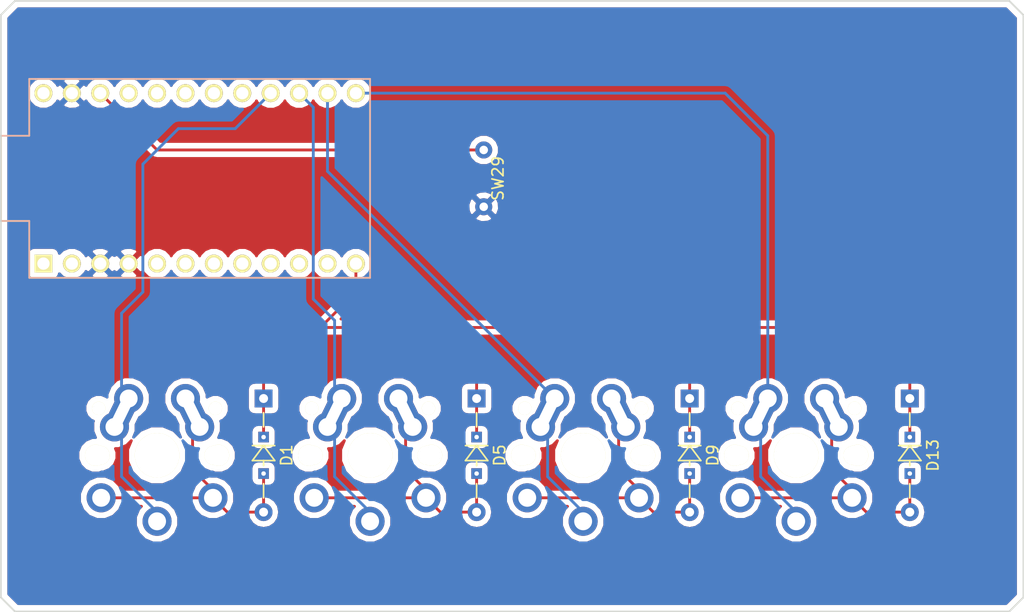
<source format=kicad_pcb>
(kicad_pcb (version 4) (host pcbnew 4.0.7-e2-6376~58~ubuntu16.04.1)

  (general
    (links 52)
    (no_connects 0)
    (area 0 0 0 0)
    (thickness 1.6)
    (drawings 8)
    (tracks 78)
    (zones 0)
    (modules 10)
    (nets 27)
  )

  (page A4)
  (title_block
    (title Ergo42)
    (date 2017-10-20)
    (rev 1.0.0-alpha)
    (company Biacco42)
  )

  (layers
    (0 F.Cu signal)
    (31 B.Cu signal)
    (32 B.Adhes user)
    (33 F.Adhes user)
    (34 B.Paste user)
    (35 F.Paste user)
    (36 B.SilkS user)
    (37 F.SilkS user)
    (38 B.Mask user)
    (39 F.Mask user)
    (40 Dwgs.User user)
    (41 Cmts.User user)
    (42 Eco1.User user)
    (43 Eco2.User user)
    (44 Edge.Cuts user)
    (45 Margin user)
    (46 B.CrtYd user)
    (47 F.CrtYd user)
    (48 B.Fab user)
    (49 F.Fab user)
  )

  (setup
    (last_trace_width 0.254)
    (trace_clearance 0.254)
    (zone_clearance 0.508)
    (zone_45_only no)
    (trace_min 0.2)
    (segment_width 0.2)
    (edge_width 0.15)
    (via_size 0.8)
    (via_drill 0.4)
    (via_min_size 0.8)
    (via_min_drill 0.4)
    (uvia_size 0.3)
    (uvia_drill 0.1)
    (uvias_allowed no)
    (uvia_min_size 0.2)
    (uvia_min_drill 0.1)
    (pcb_text_width 0.3)
    (pcb_text_size 1.5 1.5)
    (mod_edge_width 0.15)
    (mod_text_size 1 1)
    (mod_text_width 0.15)
    (pad_size 8 8)
    (pad_drill 8)
    (pad_to_mask_clearance 0.2)
    (aux_axis_origin 73.66 142.24)
    (visible_elements FFFFFF7F)
    (pcbplotparams
      (layerselection 0x010f0_80000001)
      (usegerberextensions true)
      (excludeedgelayer true)
      (linewidth 0.100000)
      (plotframeref false)
      (viasonmask false)
      (mode 1)
      (useauxorigin false)
      (hpglpennumber 1)
      (hpglpenspeed 20)
      (hpglpendiameter 15)
      (hpglpenoverlay 2)
      (psnegative false)
      (psa4output false)
      (plotreference true)
      (plotvalue true)
      (plotinvisibletext false)
      (padsonsilk false)
      (subtractmaskfromsilk true)
      (outputformat 1)
      (mirror false)
      (drillshape 0)
      (scaleselection 1)
      (outputdirectory ergo42/))
  )

  (net 0 "")
  (net 1 /row0)
  (net 2 "Net-(D1-Pad2)")
  (net 3 "Net-(D5-Pad2)")
  (net 4 "Net-(D9-Pad2)")
  (net 5 "Net-(D13-Pad2)")
  (net 6 GND)
  (net 7 VCC)
  (net 8 /col0)
  (net 9 /col1)
  (net 10 /col2)
  (net 11 /col3)
  (net 12 "Net-(U3-Pad1)")
  (net 13 "Net-(U3-Pad2)")
  (net 14 "Net-(U3-Pad7)")
  (net 15 "Net-(U3-Pad8)")
  (net 16 "Net-(U3-Pad20)")
  (net 17 "Net-(U3-Pad24)")
  (net 18 /rst)
  (net 19 "Net-(U3-Pad5)")
  (net 20 "Net-(U3-Pad6)")
  (net 21 "Net-(U3-Pad9)")
  (net 22 "Net-(U3-Pad10)")
  (net 23 "Net-(U3-Pad11)")
  (net 24 "Net-(U3-Pad17)")
  (net 25 "Net-(U3-Pad18)")
  (net 26 "Net-(U3-Pad19)")

  (net_class Default "This is the default net class."
    (clearance 0.254)
    (trace_width 0.254)
    (via_dia 0.8)
    (via_drill 0.4)
    (uvia_dia 0.3)
    (uvia_drill 0.1)
    (add_net /col0)
    (add_net /col1)
    (add_net /col2)
    (add_net /col3)
    (add_net /row0)
    (add_net /rst)
    (add_net GND)
    (add_net "Net-(D1-Pad2)")
    (add_net "Net-(D13-Pad2)")
    (add_net "Net-(D5-Pad2)")
    (add_net "Net-(D9-Pad2)")
    (add_net "Net-(U3-Pad1)")
    (add_net "Net-(U3-Pad10)")
    (add_net "Net-(U3-Pad11)")
    (add_net "Net-(U3-Pad17)")
    (add_net "Net-(U3-Pad18)")
    (add_net "Net-(U3-Pad19)")
    (add_net "Net-(U3-Pad2)")
    (add_net "Net-(U3-Pad20)")
    (add_net "Net-(U3-Pad24)")
    (add_net "Net-(U3-Pad5)")
    (add_net "Net-(U3-Pad6)")
    (add_net "Net-(U3-Pad7)")
    (add_net "Net-(U3-Pad8)")
    (add_net "Net-(U3-Pad9)")
    (add_net VCC)
  )

  (module library:Diode_SMD_THT (layer F.Cu) (tedit 5A2BF10C) (tstamp 5A3BDB58)
    (at 97.155 123.19 270)
    (descr "D, DO-35_SOD27 series, Axial, Horizontal, pin pitch=10.16mm, , length*diameter=4*2mm^2, , http://www.diodes.com/_files/packages/DO-35.pdf")
    (tags "D DO-35_SOD27 series Axial Horizontal pin pitch 10.16mm  length 4mm diameter 2mm")
    (path /59FA0E71)
    (fp_text reference D1 (at 5.08 -2.06 270) (layer F.SilkS)
      (effects (font (size 1 1) (thickness 0.15)))
    )
    (fp_text value D (at 5.08 2.06 270) (layer F.Fab)
      (effects (font (size 1 1) (thickness 0.15)))
    )
    (fp_line (start 5.55 0) (end 6 0) (layer F.SilkS) (width 0.15))
    (fp_line (start 4.21 0) (end 5.55 -1) (layer F.SilkS) (width 0.15))
    (fp_line (start 5.55 -1) (end 5.55 1) (layer F.SilkS) (width 0.15))
    (fp_line (start 5.55 1) (end 4.21 0) (layer F.SilkS) (width 0.15))
    (fp_line (start 4.21 1) (end 4.21 -1) (layer F.SilkS) (width 0.15))
    (fp_line (start 7.62 0) (end 8.89 0) (layer F.SilkS) (width 0.15))
    (fp_line (start 1.27 0) (end 2.54 0) (layer F.SilkS) (width 0.15))
    (fp_line (start -1.05 -1.35) (end -1.05 1.35) (layer F.CrtYd) (width 0.05))
    (fp_line (start -1.05 1.35) (end 11.25 1.35) (layer F.CrtYd) (width 0.05))
    (fp_line (start 11.25 1.35) (end 11.25 -1.35) (layer F.CrtYd) (width 0.05))
    (fp_line (start 11.25 -1.35) (end -1.05 -1.35) (layer F.CrtYd) (width 0.05))
    (pad 2 thru_hole rect (at 6.71 0 270) (size 0.95 0.95) (drill 0.4) (layers *.Cu *.Mask)
      (net 2 "Net-(D1-Pad2)"))
    (pad 1 thru_hole rect (at 0 0 270) (size 1.6 1.6) (drill 0.8) (layers *.Cu *.Mask)
      (net 1 /row0))
    (pad 2 thru_hole oval (at 10.16 0 270) (size 1.6 1.6) (drill 0.8) (layers *.Cu *.Mask)
      (net 2 "Net-(D1-Pad2)"))
    (pad 1 thru_hole rect (at 3.45 0 270) (size 0.95 0.95) (drill 0.4) (layers *.Cu *.Mask)
      (net 1 /row0))
    (model ${KISYS3DMOD}/Diodes_THT.3dshapes/D_DO-35_SOD27_P10.16mm_Horizontal.wrl
      (at (xyz 0 0 0))
      (scale (xyz 0.393701 0.393701 0.393701))
      (rotate (xyz 0 0 0))
    )
  )

  (module library:Diode_SMD_THT (layer F.Cu) (tedit 5A2BF10C) (tstamp 5A3BDB60)
    (at 116.205 123.19 270)
    (descr "D, DO-35_SOD27 series, Axial, Horizontal, pin pitch=10.16mm, , length*diameter=4*2mm^2, , http://www.diodes.com/_files/packages/DO-35.pdf")
    (tags "D DO-35_SOD27 series Axial Horizontal pin pitch 10.16mm  length 4mm diameter 2mm")
    (path /59FA22C9)
    (fp_text reference D5 (at 5.08 -2.06 270) (layer F.SilkS)
      (effects (font (size 1 1) (thickness 0.15)))
    )
    (fp_text value D (at 5.08 2.06 270) (layer F.Fab)
      (effects (font (size 1 1) (thickness 0.15)))
    )
    (fp_line (start 5.55 0) (end 6 0) (layer F.SilkS) (width 0.15))
    (fp_line (start 4.21 0) (end 5.55 -1) (layer F.SilkS) (width 0.15))
    (fp_line (start 5.55 -1) (end 5.55 1) (layer F.SilkS) (width 0.15))
    (fp_line (start 5.55 1) (end 4.21 0) (layer F.SilkS) (width 0.15))
    (fp_line (start 4.21 1) (end 4.21 -1) (layer F.SilkS) (width 0.15))
    (fp_line (start 7.62 0) (end 8.89 0) (layer F.SilkS) (width 0.15))
    (fp_line (start 1.27 0) (end 2.54 0) (layer F.SilkS) (width 0.15))
    (fp_line (start -1.05 -1.35) (end -1.05 1.35) (layer F.CrtYd) (width 0.05))
    (fp_line (start -1.05 1.35) (end 11.25 1.35) (layer F.CrtYd) (width 0.05))
    (fp_line (start 11.25 1.35) (end 11.25 -1.35) (layer F.CrtYd) (width 0.05))
    (fp_line (start 11.25 -1.35) (end -1.05 -1.35) (layer F.CrtYd) (width 0.05))
    (pad 2 thru_hole rect (at 6.71 0 270) (size 0.95 0.95) (drill 0.4) (layers *.Cu *.Mask)
      (net 3 "Net-(D5-Pad2)"))
    (pad 1 thru_hole rect (at 0 0 270) (size 1.6 1.6) (drill 0.8) (layers *.Cu *.Mask)
      (net 1 /row0))
    (pad 2 thru_hole oval (at 10.16 0 270) (size 1.6 1.6) (drill 0.8) (layers *.Cu *.Mask)
      (net 3 "Net-(D5-Pad2)"))
    (pad 1 thru_hole rect (at 3.45 0 270) (size 0.95 0.95) (drill 0.4) (layers *.Cu *.Mask)
      (net 1 /row0))
    (model ${KISYS3DMOD}/Diodes_THT.3dshapes/D_DO-35_SOD27_P10.16mm_Horizontal.wrl
      (at (xyz 0 0 0))
      (scale (xyz 0.393701 0.393701 0.393701))
      (rotate (xyz 0 0 0))
    )
  )

  (module library:Diode_SMD_THT (layer F.Cu) (tedit 5A2BF10C) (tstamp 5A3BDB68)
    (at 135.255 123.19 270)
    (descr "D, DO-35_SOD27 series, Axial, Horizontal, pin pitch=10.16mm, , length*diameter=4*2mm^2, , http://www.diodes.com/_files/packages/DO-35.pdf")
    (tags "D DO-35_SOD27 series Axial Horizontal pin pitch 10.16mm  length 4mm diameter 2mm")
    (path /59FA236A)
    (fp_text reference D9 (at 5.08 -2.06 270) (layer F.SilkS)
      (effects (font (size 1 1) (thickness 0.15)))
    )
    (fp_text value D (at 5.08 2.06 270) (layer F.Fab)
      (effects (font (size 1 1) (thickness 0.15)))
    )
    (fp_line (start 5.55 0) (end 6 0) (layer F.SilkS) (width 0.15))
    (fp_line (start 4.21 0) (end 5.55 -1) (layer F.SilkS) (width 0.15))
    (fp_line (start 5.55 -1) (end 5.55 1) (layer F.SilkS) (width 0.15))
    (fp_line (start 5.55 1) (end 4.21 0) (layer F.SilkS) (width 0.15))
    (fp_line (start 4.21 1) (end 4.21 -1) (layer F.SilkS) (width 0.15))
    (fp_line (start 7.62 0) (end 8.89 0) (layer F.SilkS) (width 0.15))
    (fp_line (start 1.27 0) (end 2.54 0) (layer F.SilkS) (width 0.15))
    (fp_line (start -1.05 -1.35) (end -1.05 1.35) (layer F.CrtYd) (width 0.05))
    (fp_line (start -1.05 1.35) (end 11.25 1.35) (layer F.CrtYd) (width 0.05))
    (fp_line (start 11.25 1.35) (end 11.25 -1.35) (layer F.CrtYd) (width 0.05))
    (fp_line (start 11.25 -1.35) (end -1.05 -1.35) (layer F.CrtYd) (width 0.05))
    (pad 2 thru_hole rect (at 6.71 0 270) (size 0.95 0.95) (drill 0.4) (layers *.Cu *.Mask)
      (net 4 "Net-(D9-Pad2)"))
    (pad 1 thru_hole rect (at 0 0 270) (size 1.6 1.6) (drill 0.8) (layers *.Cu *.Mask)
      (net 1 /row0))
    (pad 2 thru_hole oval (at 10.16 0 270) (size 1.6 1.6) (drill 0.8) (layers *.Cu *.Mask)
      (net 4 "Net-(D9-Pad2)"))
    (pad 1 thru_hole rect (at 3.45 0 270) (size 0.95 0.95) (drill 0.4) (layers *.Cu *.Mask)
      (net 1 /row0))
    (model ${KISYS3DMOD}/Diodes_THT.3dshapes/D_DO-35_SOD27_P10.16mm_Horizontal.wrl
      (at (xyz 0 0 0))
      (scale (xyz 0.393701 0.393701 0.393701))
      (rotate (xyz 0 0 0))
    )
  )

  (module library:Diode_SMD_THT (layer F.Cu) (tedit 5A2BF10C) (tstamp 5A3BDB70)
    (at 154.94 123.19 270)
    (descr "D, DO-35_SOD27 series, Axial, Horizontal, pin pitch=10.16mm, , length*diameter=4*2mm^2, , http://www.diodes.com/_files/packages/DO-35.pdf")
    (tags "D DO-35_SOD27 series Axial Horizontal pin pitch 10.16mm  length 4mm diameter 2mm")
    (path /59FA23E7)
    (fp_text reference D13 (at 5.08 -2.06 270) (layer F.SilkS)
      (effects (font (size 1 1) (thickness 0.15)))
    )
    (fp_text value D (at 5.08 2.06 270) (layer F.Fab)
      (effects (font (size 1 1) (thickness 0.15)))
    )
    (fp_line (start 5.55 0) (end 6 0) (layer F.SilkS) (width 0.15))
    (fp_line (start 4.21 0) (end 5.55 -1) (layer F.SilkS) (width 0.15))
    (fp_line (start 5.55 -1) (end 5.55 1) (layer F.SilkS) (width 0.15))
    (fp_line (start 5.55 1) (end 4.21 0) (layer F.SilkS) (width 0.15))
    (fp_line (start 4.21 1) (end 4.21 -1) (layer F.SilkS) (width 0.15))
    (fp_line (start 7.62 0) (end 8.89 0) (layer F.SilkS) (width 0.15))
    (fp_line (start 1.27 0) (end 2.54 0) (layer F.SilkS) (width 0.15))
    (fp_line (start -1.05 -1.35) (end -1.05 1.35) (layer F.CrtYd) (width 0.05))
    (fp_line (start -1.05 1.35) (end 11.25 1.35) (layer F.CrtYd) (width 0.05))
    (fp_line (start 11.25 1.35) (end 11.25 -1.35) (layer F.CrtYd) (width 0.05))
    (fp_line (start 11.25 -1.35) (end -1.05 -1.35) (layer F.CrtYd) (width 0.05))
    (pad 2 thru_hole rect (at 6.71 0 270) (size 0.95 0.95) (drill 0.4) (layers *.Cu *.Mask)
      (net 5 "Net-(D13-Pad2)"))
    (pad 1 thru_hole rect (at 0 0 270) (size 1.6 1.6) (drill 0.8) (layers *.Cu *.Mask)
      (net 1 /row0))
    (pad 2 thru_hole oval (at 10.16 0 270) (size 1.6 1.6) (drill 0.8) (layers *.Cu *.Mask)
      (net 5 "Net-(D13-Pad2)"))
    (pad 1 thru_hole rect (at 3.45 0 270) (size 0.95 0.95) (drill 0.4) (layers *.Cu *.Mask)
      (net 1 /row0))
    (model ${KISYS3DMOD}/Diodes_THT.3dshapes/D_DO-35_SOD27_P10.16mm_Horizontal.wrl
      (at (xyz 0 0 0))
      (scale (xyz 0.393701 0.393701 0.393701))
      (rotate (xyz 0 0 0))
    )
  )

  (module library:key_switch (layer F.Cu) (tedit 5A2AC8B8) (tstamp 5A3BDB84)
    (at 87.63 128.27)
    (descr MXALPS)
    (tags MXALPS)
    (path /59FA0DCB)
    (fp_text reference SW1 (at 0 3.048) (layer F.SilkS) hide
      (effects (font (thickness 0.3048)))
    )
    (fp_text value SW_PUSH (at 0 8.89) (layer F.SilkS) hide
      (effects (font (thickness 0.3048)))
    )
    (fp_line (start -7.62 -7.62) (end 7.62 -7.62) (layer Dwgs.User) (width 0.3))
    (fp_line (start 7.62 -7.62) (end 7.62 7.62) (layer Dwgs.User) (width 0.3))
    (fp_line (start 7.62 7.62) (end -7.62 7.62) (layer Dwgs.User) (width 0.3))
    (fp_line (start -7.62 7.62) (end -7.62 -7.62) (layer Dwgs.User) (width 0.3))
    (pad "" np_thru_hole circle (at -5.5 0) (size 1.9 1.9) (drill 1.9) (layers *.Cu *.Mask F.SilkS)
      (clearance 0.1524))
    (pad "" np_thru_hole circle (at 5.5 0) (size 1.9 1.9) (drill 1.9) (layers *.Cu *.Mask F.SilkS)
      (clearance 0.1524))
    (pad "" np_thru_hole circle (at -5.22 -4.2) (size 1.2 1.2) (drill 1.2) (layers *.Cu *.Mask F.SilkS)
      (clearance 0.1524))
    (pad "" np_thru_hole circle (at 5.22 -4.2) (size 1.2 1.2) (drill 1.2) (layers *.Cu *.Mask F.SilkS)
      (clearance 0.1524))
    (pad 2 thru_hole circle (at 5 3.8) (size 2.6 2.6) (drill 1.6) (layers *.Cu *.Mask)
      (net 2 "Net-(D1-Pad2)"))
    (pad 2 thru_hole circle (at -5 3.8) (size 2.6 2.6) (drill 1.6) (layers *.Cu *.Mask)
      (net 2 "Net-(D1-Pad2)"))
    (pad 1 thru_hole circle (at 0 5.9) (size 2.6 2.6) (drill 1.6) (layers *.Cu *.Mask)
      (net 8 /col0))
    (pad 1 thru_hole oval (at -3.175 -3.81 334) (size 2 4) (drill oval 1 3) (layers *.Cu *.Mask)
      (net 8 /col0))
    (pad 2 thru_hole circle (at 3.81 -2.54) (size 2.6 2.6) (drill 1.6) (layers *.Cu *.Mask)
      (net 2 "Net-(D1-Pad2)"))
    (pad 2 thru_hole circle (at 2.54 -5.08) (size 2.6 2.6) (drill 1.6) (layers *.Cu *.Mask)
      (net 2 "Net-(D1-Pad2)"))
    (pad 1 thru_hole circle (at -2.54 -5.08) (size 2.6 2.6) (drill 1.6) (layers *.Cu *.Mask)
      (net 8 /col0))
    (pad "" np_thru_hole circle (at 0 0) (size 3.9878 3.9878) (drill 3.9878) (layers *.Cu *.Mask F.SilkS)
      (clearance 0.1524))
    (pad "" np_thru_hole circle (at -5.08 0) (size 1.7018 1.7018) (drill 1.7018) (layers *.Cu *.Mask F.SilkS)
      (clearance 0.1524))
    (pad "" np_thru_hole circle (at 5.08 0) (size 1.7018 1.7018) (drill 1.7018) (layers *.Cu *.Mask F.SilkS)
      (clearance 0.1524))
    (pad 1 thru_hole circle (at -3.81 -2.54) (size 2.6 2.6) (drill 1.6) (layers *.Cu *.Mask)
      (net 8 /col0))
    (pad 2 thru_hole oval (at 3.175 -3.81 26) (size 2 4) (drill oval 1 3) (layers *.Cu *.Mask)
      (net 2 "Net-(D1-Pad2)"))
  )

  (module library:key_switch (layer F.Cu) (tedit 5A2AC8B8) (tstamp 5A3BDB98)
    (at 106.68 128.27)
    (descr MXALPS)
    (tags MXALPS)
    (path /59FA172B)
    (fp_text reference SW5 (at 0 3.048) (layer F.SilkS) hide
      (effects (font (thickness 0.3048)))
    )
    (fp_text value SW_PUSH (at 0 8.89) (layer F.SilkS) hide
      (effects (font (thickness 0.3048)))
    )
    (fp_line (start -7.62 -7.62) (end 7.62 -7.62) (layer Dwgs.User) (width 0.3))
    (fp_line (start 7.62 -7.62) (end 7.62 7.62) (layer Dwgs.User) (width 0.3))
    (fp_line (start 7.62 7.62) (end -7.62 7.62) (layer Dwgs.User) (width 0.3))
    (fp_line (start -7.62 7.62) (end -7.62 -7.62) (layer Dwgs.User) (width 0.3))
    (pad "" np_thru_hole circle (at -5.5 0) (size 1.9 1.9) (drill 1.9) (layers *.Cu *.Mask F.SilkS)
      (clearance 0.1524))
    (pad "" np_thru_hole circle (at 5.5 0) (size 1.9 1.9) (drill 1.9) (layers *.Cu *.Mask F.SilkS)
      (clearance 0.1524))
    (pad "" np_thru_hole circle (at -5.22 -4.2) (size 1.2 1.2) (drill 1.2) (layers *.Cu *.Mask F.SilkS)
      (clearance 0.1524))
    (pad "" np_thru_hole circle (at 5.22 -4.2) (size 1.2 1.2) (drill 1.2) (layers *.Cu *.Mask F.SilkS)
      (clearance 0.1524))
    (pad 2 thru_hole circle (at 5 3.8) (size 2.6 2.6) (drill 1.6) (layers *.Cu *.Mask)
      (net 3 "Net-(D5-Pad2)"))
    (pad 2 thru_hole circle (at -5 3.8) (size 2.6 2.6) (drill 1.6) (layers *.Cu *.Mask)
      (net 3 "Net-(D5-Pad2)"))
    (pad 1 thru_hole circle (at 0 5.9) (size 2.6 2.6) (drill 1.6) (layers *.Cu *.Mask)
      (net 9 /col1))
    (pad 1 thru_hole oval (at -3.175 -3.81 334) (size 2 4) (drill oval 1 3) (layers *.Cu *.Mask)
      (net 9 /col1))
    (pad 2 thru_hole circle (at 3.81 -2.54) (size 2.6 2.6) (drill 1.6) (layers *.Cu *.Mask)
      (net 3 "Net-(D5-Pad2)"))
    (pad 2 thru_hole circle (at 2.54 -5.08) (size 2.6 2.6) (drill 1.6) (layers *.Cu *.Mask)
      (net 3 "Net-(D5-Pad2)"))
    (pad 1 thru_hole circle (at -2.54 -5.08) (size 2.6 2.6) (drill 1.6) (layers *.Cu *.Mask)
      (net 9 /col1))
    (pad "" np_thru_hole circle (at 0 0) (size 3.9878 3.9878) (drill 3.9878) (layers *.Cu *.Mask F.SilkS)
      (clearance 0.1524))
    (pad "" np_thru_hole circle (at -5.08 0) (size 1.7018 1.7018) (drill 1.7018) (layers *.Cu *.Mask F.SilkS)
      (clearance 0.1524))
    (pad "" np_thru_hole circle (at 5.08 0) (size 1.7018 1.7018) (drill 1.7018) (layers *.Cu *.Mask F.SilkS)
      (clearance 0.1524))
    (pad 1 thru_hole circle (at -3.81 -2.54) (size 2.6 2.6) (drill 1.6) (layers *.Cu *.Mask)
      (net 9 /col1))
    (pad 2 thru_hole oval (at 3.175 -3.81 26) (size 2 4) (drill oval 1 3) (layers *.Cu *.Mask)
      (net 3 "Net-(D5-Pad2)"))
  )

  (module library:key_switch (layer F.Cu) (tedit 5A2AC8B8) (tstamp 5A3BDBAC)
    (at 125.73 128.27)
    (descr MXALPS)
    (tags MXALPS)
    (path /59FA17A4)
    (fp_text reference SW9 (at 0 3.048) (layer F.SilkS) hide
      (effects (font (thickness 0.3048)))
    )
    (fp_text value SW_PUSH (at 0 8.89) (layer F.SilkS) hide
      (effects (font (thickness 0.3048)))
    )
    (fp_line (start -7.62 -7.62) (end 7.62 -7.62) (layer Dwgs.User) (width 0.3))
    (fp_line (start 7.62 -7.62) (end 7.62 7.62) (layer Dwgs.User) (width 0.3))
    (fp_line (start 7.62 7.62) (end -7.62 7.62) (layer Dwgs.User) (width 0.3))
    (fp_line (start -7.62 7.62) (end -7.62 -7.62) (layer Dwgs.User) (width 0.3))
    (pad "" np_thru_hole circle (at -5.5 0) (size 1.9 1.9) (drill 1.9) (layers *.Cu *.Mask F.SilkS)
      (clearance 0.1524))
    (pad "" np_thru_hole circle (at 5.5 0) (size 1.9 1.9) (drill 1.9) (layers *.Cu *.Mask F.SilkS)
      (clearance 0.1524))
    (pad "" np_thru_hole circle (at -5.22 -4.2) (size 1.2 1.2) (drill 1.2) (layers *.Cu *.Mask F.SilkS)
      (clearance 0.1524))
    (pad "" np_thru_hole circle (at 5.22 -4.2) (size 1.2 1.2) (drill 1.2) (layers *.Cu *.Mask F.SilkS)
      (clearance 0.1524))
    (pad 2 thru_hole circle (at 5 3.8) (size 2.6 2.6) (drill 1.6) (layers *.Cu *.Mask)
      (net 4 "Net-(D9-Pad2)"))
    (pad 2 thru_hole circle (at -5 3.8) (size 2.6 2.6) (drill 1.6) (layers *.Cu *.Mask)
      (net 4 "Net-(D9-Pad2)"))
    (pad 1 thru_hole circle (at 0 5.9) (size 2.6 2.6) (drill 1.6) (layers *.Cu *.Mask)
      (net 10 /col2))
    (pad 1 thru_hole oval (at -3.175 -3.81 334) (size 2 4) (drill oval 1 3) (layers *.Cu *.Mask)
      (net 10 /col2))
    (pad 2 thru_hole circle (at 3.81 -2.54) (size 2.6 2.6) (drill 1.6) (layers *.Cu *.Mask)
      (net 4 "Net-(D9-Pad2)"))
    (pad 2 thru_hole circle (at 2.54 -5.08) (size 2.6 2.6) (drill 1.6) (layers *.Cu *.Mask)
      (net 4 "Net-(D9-Pad2)"))
    (pad 1 thru_hole circle (at -2.54 -5.08) (size 2.6 2.6) (drill 1.6) (layers *.Cu *.Mask)
      (net 10 /col2))
    (pad "" np_thru_hole circle (at 0 0) (size 3.9878 3.9878) (drill 3.9878) (layers *.Cu *.Mask F.SilkS)
      (clearance 0.1524))
    (pad "" np_thru_hole circle (at -5.08 0) (size 1.7018 1.7018) (drill 1.7018) (layers *.Cu *.Mask F.SilkS)
      (clearance 0.1524))
    (pad "" np_thru_hole circle (at 5.08 0) (size 1.7018 1.7018) (drill 1.7018) (layers *.Cu *.Mask F.SilkS)
      (clearance 0.1524))
    (pad 1 thru_hole circle (at -3.81 -2.54) (size 2.6 2.6) (drill 1.6) (layers *.Cu *.Mask)
      (net 10 /col2))
    (pad 2 thru_hole oval (at 3.175 -3.81 26) (size 2 4) (drill oval 1 3) (layers *.Cu *.Mask)
      (net 4 "Net-(D9-Pad2)"))
  )

  (module library:key_switch (layer F.Cu) (tedit 5A2AC8B8) (tstamp 5A3BDBC0)
    (at 144.78 128.27)
    (descr MXALPS)
    (tags MXALPS)
    (path /59FA183D)
    (fp_text reference SW13 (at 0 3.048) (layer F.SilkS) hide
      (effects (font (thickness 0.3048)))
    )
    (fp_text value SW_PUSH (at 0 8.89) (layer F.SilkS) hide
      (effects (font (thickness 0.3048)))
    )
    (fp_line (start -7.62 -7.62) (end 7.62 -7.62) (layer Dwgs.User) (width 0.3))
    (fp_line (start 7.62 -7.62) (end 7.62 7.62) (layer Dwgs.User) (width 0.3))
    (fp_line (start 7.62 7.62) (end -7.62 7.62) (layer Dwgs.User) (width 0.3))
    (fp_line (start -7.62 7.62) (end -7.62 -7.62) (layer Dwgs.User) (width 0.3))
    (pad "" np_thru_hole circle (at -5.5 0) (size 1.9 1.9) (drill 1.9) (layers *.Cu *.Mask F.SilkS)
      (clearance 0.1524))
    (pad "" np_thru_hole circle (at 5.5 0) (size 1.9 1.9) (drill 1.9) (layers *.Cu *.Mask F.SilkS)
      (clearance 0.1524))
    (pad "" np_thru_hole circle (at -5.22 -4.2) (size 1.2 1.2) (drill 1.2) (layers *.Cu *.Mask F.SilkS)
      (clearance 0.1524))
    (pad "" np_thru_hole circle (at 5.22 -4.2) (size 1.2 1.2) (drill 1.2) (layers *.Cu *.Mask F.SilkS)
      (clearance 0.1524))
    (pad 2 thru_hole circle (at 5 3.8) (size 2.6 2.6) (drill 1.6) (layers *.Cu *.Mask)
      (net 5 "Net-(D13-Pad2)"))
    (pad 2 thru_hole circle (at -5 3.8) (size 2.6 2.6) (drill 1.6) (layers *.Cu *.Mask)
      (net 5 "Net-(D13-Pad2)"))
    (pad 1 thru_hole circle (at 0 5.9) (size 2.6 2.6) (drill 1.6) (layers *.Cu *.Mask)
      (net 11 /col3))
    (pad 1 thru_hole oval (at -3.175 -3.81 334) (size 2 4) (drill oval 1 3) (layers *.Cu *.Mask)
      (net 11 /col3))
    (pad 2 thru_hole circle (at 3.81 -2.54) (size 2.6 2.6) (drill 1.6) (layers *.Cu *.Mask)
      (net 5 "Net-(D13-Pad2)"))
    (pad 2 thru_hole circle (at 2.54 -5.08) (size 2.6 2.6) (drill 1.6) (layers *.Cu *.Mask)
      (net 5 "Net-(D13-Pad2)"))
    (pad 1 thru_hole circle (at -2.54 -5.08) (size 2.6 2.6) (drill 1.6) (layers *.Cu *.Mask)
      (net 11 /col3))
    (pad "" np_thru_hole circle (at 0 0) (size 3.9878 3.9878) (drill 3.9878) (layers *.Cu *.Mask F.SilkS)
      (clearance 0.1524))
    (pad "" np_thru_hole circle (at -5.08 0) (size 1.7018 1.7018) (drill 1.7018) (layers *.Cu *.Mask F.SilkS)
      (clearance 0.1524))
    (pad "" np_thru_hole circle (at 5.08 0) (size 1.7018 1.7018) (drill 1.7018) (layers *.Cu *.Mask F.SilkS)
      (clearance 0.1524))
    (pad 1 thru_hole circle (at -3.81 -2.54) (size 2.6 2.6) (drill 1.6) (layers *.Cu *.Mask)
      (net 11 /col3))
    (pad 2 thru_hole oval (at 3.175 -3.81 26) (size 2 4) (drill oval 1 3) (layers *.Cu *.Mask)
      (net 5 "Net-(D13-Pad2)"))
  )

  (module library:tact_switch (layer F.Cu) (tedit 5A2C0446) (tstamp 5A3BDBC6)
    (at 116.84 103.505 270)
    (path /5A2C65E7)
    (fp_text reference SW29 (at 0 -1.27 270) (layer F.SilkS)
      (effects (font (size 1 1) (thickness 0.15)))
    )
    (fp_text value SW_Push (at 0 1.27 270) (layer F.Fab)
      (effects (font (size 1 1) (thickness 0.15)))
    )
    (pad 1 thru_hole circle (at -2.54 0 270) (size 1.524 1.524) (drill 0.762) (layers *.Cu *.Mask)
      (net 18 /rst))
    (pad 2 thru_hole circle (at 2.54 0 270) (size 1.524 1.524) (drill 0.762) (layers *.Cu *.Mask)
      (net 6 GND))
  )

  (module promicro:ProMicro (layer F.Cu) (tedit 5A06A962) (tstamp 5A3BDBE2)
    (at 91.44 103.505)
    (descr "Pro Micro footprint")
    (tags "promicro ProMicro")
    (path /59F9DC2A)
    (fp_text reference U3 (at 0 -10.16) (layer F.SilkS) hide
      (effects (font (size 1 1) (thickness 0.15)))
    )
    (fp_text value ProMicro (at 0 10.16) (layer F.Fab)
      (effects (font (size 1 1) (thickness 0.15)))
    )
    (fp_line (start 15.24 -8.89) (end 15.24 8.89) (layer B.SilkS) (width 0.15))
    (fp_line (start 15.24 8.89) (end -15.24 8.89) (layer B.SilkS) (width 0.15))
    (fp_line (start -15.24 8.89) (end -15.24 3.81) (layer B.SilkS) (width 0.15))
    (fp_line (start -15.24 3.81) (end -17.78 3.81) (layer B.SilkS) (width 0.15))
    (fp_line (start -17.78 3.81) (end -17.78 -3.81) (layer B.SilkS) (width 0.15))
    (fp_line (start -17.78 -3.81) (end -15.24 -3.81) (layer B.SilkS) (width 0.15))
    (fp_line (start -15.24 -3.81) (end -15.24 -8.89) (layer B.SilkS) (width 0.15))
    (fp_line (start -15.24 -8.89) (end 15.24 -8.89) (layer B.SilkS) (width 0.15))
    (fp_line (start -15.24 8.89) (end 15.24 8.89) (layer F.SilkS) (width 0.15))
    (fp_line (start -15.24 8.89) (end -15.24 3.81) (layer F.SilkS) (width 0.15))
    (fp_line (start -15.24 3.81) (end -17.78 3.81) (layer F.SilkS) (width 0.15))
    (fp_line (start -17.78 3.81) (end -17.78 -3.81) (layer F.SilkS) (width 0.15))
    (fp_line (start -17.78 -3.81) (end -15.24 -3.81) (layer F.SilkS) (width 0.15))
    (fp_line (start -15.24 -3.81) (end -15.24 -8.89) (layer F.SilkS) (width 0.15))
    (fp_line (start -15.24 -8.89) (end 15.24 -8.89) (layer F.SilkS) (width 0.15))
    (fp_line (start 15.24 -8.89) (end 15.24 8.89) (layer F.SilkS) (width 0.15))
    (pad 1 thru_hole rect (at -13.97 7.62) (size 1.6 1.6) (drill 1.1) (layers *.Cu *.Mask F.SilkS)
      (net 12 "Net-(U3-Pad1)"))
    (pad 2 thru_hole circle (at -11.43 7.62) (size 1.6 1.6) (drill 1.1) (layers *.Cu *.Mask F.SilkS)
      (net 13 "Net-(U3-Pad2)"))
    (pad 3 thru_hole circle (at -8.89 7.62) (size 1.6 1.6) (drill 1.1) (layers *.Cu *.Mask F.SilkS)
      (net 6 GND))
    (pad 4 thru_hole circle (at -6.35 7.62) (size 1.6 1.6) (drill 1.1) (layers *.Cu *.Mask F.SilkS)
      (net 6 GND))
    (pad 5 thru_hole circle (at -3.81 7.62) (size 1.6 1.6) (drill 1.1) (layers *.Cu *.Mask F.SilkS)
      (net 19 "Net-(U3-Pad5)"))
    (pad 6 thru_hole circle (at -1.27 7.62) (size 1.6 1.6) (drill 1.1) (layers *.Cu *.Mask F.SilkS)
      (net 20 "Net-(U3-Pad6)"))
    (pad 7 thru_hole circle (at 1.27 7.62) (size 1.6 1.6) (drill 1.1) (layers *.Cu *.Mask F.SilkS)
      (net 14 "Net-(U3-Pad7)"))
    (pad 8 thru_hole circle (at 3.81 7.62) (size 1.6 1.6) (drill 1.1) (layers *.Cu *.Mask F.SilkS)
      (net 15 "Net-(U3-Pad8)"))
    (pad 9 thru_hole circle (at 6.35 7.62) (size 1.6 1.6) (drill 1.1) (layers *.Cu *.Mask F.SilkS)
      (net 21 "Net-(U3-Pad9)"))
    (pad 10 thru_hole circle (at 8.89 7.62) (size 1.6 1.6) (drill 1.1) (layers *.Cu *.Mask F.SilkS)
      (net 22 "Net-(U3-Pad10)"))
    (pad 11 thru_hole circle (at 11.43 7.62) (size 1.6 1.6) (drill 1.1) (layers *.Cu *.Mask F.SilkS)
      (net 23 "Net-(U3-Pad11)"))
    (pad 12 thru_hole circle (at 13.97 7.62) (size 1.6 1.6) (drill 1.1) (layers *.Cu *.Mask F.SilkS)
      (net 1 /row0))
    (pad 13 thru_hole circle (at 13.97 -7.62) (size 1.6 1.6) (drill 1.1) (layers *.Cu *.Mask F.SilkS)
      (net 11 /col3))
    (pad 14 thru_hole circle (at 11.43 -7.62) (size 1.6 1.6) (drill 1.1) (layers *.Cu *.Mask F.SilkS)
      (net 10 /col2))
    (pad 15 thru_hole circle (at 8.89 -7.62) (size 1.6 1.6) (drill 1.1) (layers *.Cu *.Mask F.SilkS)
      (net 9 /col1))
    (pad 16 thru_hole circle (at 6.35 -7.62) (size 1.6 1.6) (drill 1.1) (layers *.Cu *.Mask F.SilkS)
      (net 8 /col0))
    (pad 17 thru_hole circle (at 3.81 -7.62) (size 1.6 1.6) (drill 1.1) (layers *.Cu *.Mask F.SilkS)
      (net 24 "Net-(U3-Pad17)"))
    (pad 18 thru_hole circle (at 1.27 -7.62) (size 1.6 1.6) (drill 1.1) (layers *.Cu *.Mask F.SilkS)
      (net 25 "Net-(U3-Pad18)"))
    (pad 19 thru_hole circle (at -1.27 -7.62) (size 1.6 1.6) (drill 1.1) (layers *.Cu *.Mask F.SilkS)
      (net 26 "Net-(U3-Pad19)"))
    (pad 20 thru_hole circle (at -3.81 -7.62) (size 1.6 1.6) (drill 1.1) (layers *.Cu *.Mask F.SilkS)
      (net 16 "Net-(U3-Pad20)"))
    (pad 21 thru_hole circle (at -6.35 -7.62) (size 1.6 1.6) (drill 1.1) (layers *.Cu *.Mask F.SilkS)
      (net 7 VCC))
    (pad 22 thru_hole circle (at -8.89 -7.62) (size 1.6 1.6) (drill 1.1) (layers *.Cu *.Mask F.SilkS)
      (net 18 /rst))
    (pad 23 thru_hole circle (at -11.43 -7.62) (size 1.6 1.6) (drill 1.1) (layers *.Cu *.Mask F.SilkS)
      (net 6 GND))
    (pad 24 thru_hole circle (at -13.97 -7.62) (size 1.6 1.6) (drill 1.1) (layers *.Cu *.Mask F.SilkS)
      (net 17 "Net-(U3-Pad24)"))
  )

  (gr_line (start 163.83 142.24) (end 74.93 142.24) (angle 90) (layer Edge.Cuts) (width 0.15))
  (gr_line (start 165.1 140.97) (end 163.83 142.24) (angle 90) (layer Edge.Cuts) (width 0.15))
  (gr_line (start 165.1 88.9) (end 165.1 140.97) (angle 90) (layer Edge.Cuts) (width 0.15))
  (gr_line (start 163.83 87.63) (end 165.1 88.9) (angle 90) (layer Edge.Cuts) (width 0.15))
  (gr_line (start 74.93 87.63) (end 163.83 87.63) (angle 90) (layer Edge.Cuts) (width 0.15))
  (gr_line (start 73.66 88.9) (end 74.93 87.63) (angle 90) (layer Edge.Cuts) (width 0.15))
  (gr_line (start 73.66 140.97) (end 73.66 88.9) (angle 90) (layer Edge.Cuts) (width 0.15))
  (gr_line (start 74.93 142.24) (end 73.66 140.97) (angle 90) (layer Edge.Cuts) (width 0.15))

  (segment (start 154.94 126.64) (end 154.94 123.19) (width 0.254) (layer F.Cu) (net 1))
  (segment (start 135.255 126.64) (end 135.255 123.19) (width 0.254) (layer F.Cu) (net 1))
  (segment (start 97.155 123.19) (end 97.155 126.64) (width 0.254) (layer F.Cu) (net 1))
  (segment (start 116.205 126.64) (end 116.205 123.19) (width 0.254) (layer F.Cu) (net 1))
  (segment (start 116.205 123.19) (end 116.205 119.38) (width 0.254) (layer F.Cu) (net 1))
  (segment (start 113.665 116.84) (end 114.3 116.84) (width 0.254) (layer F.Cu) (net 1) (tstamp 5A3BDE92))
  (segment (start 116.205 119.38) (end 113.665 116.84) (width 0.254) (layer F.Cu) (net 1) (tstamp 5A3BDE8E))
  (segment (start 135.255 123.19) (end 135.255 119.38) (width 0.254) (layer F.Cu) (net 1))
  (segment (start 135.255 119.38) (end 132.715 116.84) (width 0.254) (layer F.Cu) (net 1) (tstamp 5A3BDE86))
  (segment (start 102.235 116.84) (end 114.3 116.84) (width 0.254) (layer F.Cu) (net 1))
  (segment (start 114.3 116.84) (end 132.715 116.84) (width 0.254) (layer F.Cu) (net 1) (tstamp 5A3BDE96))
  (segment (start 132.715 116.84) (end 152.4 116.84) (width 0.254) (layer F.Cu) (net 1) (tstamp 5A3BDE8C))
  (segment (start 154.94 119.38) (end 154.94 123.19) (width 0.254) (layer F.Cu) (net 1) (tstamp 5A3BDE7F))
  (segment (start 152.4 116.84) (end 154.94 119.38) (width 0.254) (layer F.Cu) (net 1) (tstamp 5A3BDE7D))
  (segment (start 97.155 123.19) (end 97.155 119.38) (width 0.254) (layer F.Cu) (net 1))
  (segment (start 105.41 113.665) (end 105.41 111.125) (width 0.254) (layer F.Cu) (net 1) (tstamp 5A3BDE7A))
  (segment (start 102.235 116.84) (end 105.41 113.665) (width 0.254) (layer F.Cu) (net 1) (tstamp 5A3BDE79))
  (segment (start 99.695 116.84) (end 102.235 116.84) (width 0.254) (layer F.Cu) (net 1) (tstamp 5A3BDE78))
  (segment (start 97.155 119.38) (end 99.695 116.84) (width 0.254) (layer F.Cu) (net 1) (tstamp 5A3BDE77))
  (segment (start 92.63 132.07) (end 92.63 131.365) (width 0.254) (layer F.Cu) (net 2))
  (segment (start 92.63 131.365) (end 90.805 129.54) (width 0.254) (layer F.Cu) (net 2) (tstamp 5A3BDEE9))
  (segment (start 90.805 129.54) (end 90.805 124.46) (width 0.254) (layer F.Cu) (net 2) (tstamp 5A3BDEED))
  (segment (start 97.155 133.35) (end 93.91 133.35) (width 0.254) (layer F.Cu) (net 2))
  (segment (start 93.91 133.35) (end 92.63 132.07) (width 0.254) (layer F.Cu) (net 2) (tstamp 5A3BDEE5))
  (segment (start 92.63 132.07) (end 82.63 132.07) (width 0.254) (layer F.Cu) (net 2))
  (segment (start 97.155 129.9) (end 97.155 133.35) (width 0.254) (layer F.Cu) (net 2))
  (segment (start 111.68 132.07) (end 111.68 131.365) (width 0.254) (layer F.Cu) (net 3))
  (segment (start 111.68 131.365) (end 109.855 129.54) (width 0.254) (layer F.Cu) (net 3) (tstamp 5A3BDF02))
  (segment (start 109.855 129.54) (end 109.855 124.46) (width 0.254) (layer F.Cu) (net 3) (tstamp 5A3BDF06))
  (segment (start 116.205 133.35) (end 112.96 133.35) (width 0.254) (layer F.Cu) (net 3))
  (segment (start 112.96 133.35) (end 111.68 132.07) (width 0.254) (layer F.Cu) (net 3) (tstamp 5A3BDEF8))
  (segment (start 116.205 133.35) (end 116.205 129.9) (width 0.254) (layer F.Cu) (net 3))
  (segment (start 111.68 132.07) (end 101.68 132.07) (width 0.254) (layer F.Cu) (net 3))
  (segment (start 130.73 132.07) (end 120.73 132.07) (width 0.254) (layer F.Cu) (net 4))
  (segment (start 130.73 132.07) (end 130.73 131.365) (width 0.254) (layer F.Cu) (net 4))
  (segment (start 130.73 131.365) (end 128.905 129.54) (width 0.254) (layer F.Cu) (net 4) (tstamp 5A3BDF19))
  (segment (start 128.905 129.54) (end 128.905 124.46) (width 0.254) (layer F.Cu) (net 4) (tstamp 5A3BDF1A))
  (segment (start 135.255 133.35) (end 132.01 133.35) (width 0.254) (layer F.Cu) (net 4))
  (segment (start 132.01 133.35) (end 130.73 132.07) (width 0.254) (layer F.Cu) (net 4) (tstamp 5A3BDF15))
  (segment (start 135.255 129.9) (end 135.255 133.35) (width 0.254) (layer F.Cu) (net 4))
  (segment (start 149.78 132.07) (end 139.78 132.07) (width 0.254) (layer F.Cu) (net 5))
  (segment (start 149.78 132.07) (end 149.78 131.365) (width 0.254) (layer F.Cu) (net 5))
  (segment (start 149.78 131.365) (end 147.955 129.54) (width 0.254) (layer F.Cu) (net 5) (tstamp 5A3BDF2C))
  (segment (start 147.955 129.54) (end 147.955 124.46) (width 0.254) (layer F.Cu) (net 5) (tstamp 5A3BDF2D))
  (segment (start 154.94 133.35) (end 151.06 133.35) (width 0.254) (layer F.Cu) (net 5))
  (segment (start 151.06 133.35) (end 149.78 132.07) (width 0.254) (layer F.Cu) (net 5) (tstamp 5A3BDF28))
  (segment (start 154.94 129.9) (end 154.94 133.35) (width 0.254) (layer F.Cu) (net 5))
  (segment (start 84.455 124.46) (end 84.455 115.57) (width 0.254) (layer B.Cu) (net 8))
  (segment (start 94.615 99.06) (end 97.79 95.885) (width 0.254) (layer B.Cu) (net 8) (tstamp 5A3BDF7D))
  (segment (start 89.535 99.06) (end 94.615 99.06) (width 0.254) (layer B.Cu) (net 8) (tstamp 5A3BDF7B))
  (segment (start 86.36 102.235) (end 89.535 99.06) (width 0.254) (layer B.Cu) (net 8) (tstamp 5A3BDF77))
  (segment (start 86.36 113.665) (end 86.36 102.235) (width 0.254) (layer B.Cu) (net 8) (tstamp 5A3BDF6D))
  (segment (start 84.455 115.57) (end 86.36 113.665) (width 0.254) (layer B.Cu) (net 8) (tstamp 5A3BDF67))
  (segment (start 87.63 134.17) (end 87.63 133.35) (width 0.254) (layer B.Cu) (net 8))
  (segment (start 87.63 133.35) (end 84.455 130.175) (width 0.254) (layer B.Cu) (net 8) (tstamp 5A3BDF57))
  (segment (start 84.455 130.175) (end 84.455 124.46) (width 0.254) (layer B.Cu) (net 8) (tstamp 5A3BDF5D))
  (segment (start 103.505 124.46) (end 103.505 116.205) (width 0.254) (layer B.Cu) (net 9))
  (segment (start 101.6 97.155) (end 100.33 95.885) (width 0.254) (layer B.Cu) (net 9) (tstamp 5A3BDF89))
  (segment (start 101.6 114.3) (end 101.6 97.155) (width 0.254) (layer B.Cu) (net 9) (tstamp 5A3BDF83))
  (segment (start 103.505 116.205) (end 101.6 114.3) (width 0.254) (layer B.Cu) (net 9) (tstamp 5A3BDF81))
  (segment (start 106.68 134.17) (end 106.68 133.35) (width 0.254) (layer B.Cu) (net 9))
  (segment (start 106.68 133.35) (end 103.505 130.175) (width 0.254) (layer B.Cu) (net 9) (tstamp 5A3BDF4E))
  (segment (start 103.505 130.175) (end 103.505 124.46) (width 0.254) (layer B.Cu) (net 9) (tstamp 5A3BDF51))
  (segment (start 102.87 95.885) (end 102.87 102.87) (width 0.254) (layer B.Cu) (net 10))
  (segment (start 102.87 102.87) (end 123.19 123.19) (width 0.254) (layer B.Cu) (net 10) (tstamp 5A3BDF8D))
  (segment (start 123.19 123.19) (end 122.555 124.46) (width 0.254) (layer B.Cu) (net 10) (tstamp 5A3BDF95))
  (segment (start 125.73 134.17) (end 125.73 133.35) (width 0.254) (layer B.Cu) (net 10))
  (segment (start 125.73 133.35) (end 122.555 130.175) (width 0.254) (layer B.Cu) (net 10) (tstamp 5A3BDF47))
  (segment (start 122.555 130.175) (end 122.555 124.46) (width 0.254) (layer B.Cu) (net 10) (tstamp 5A3BDF49))
  (segment (start 105.41 95.885) (end 138.43 95.885) (width 0.254) (layer B.Cu) (net 11))
  (segment (start 142.24 99.695) (end 142.24 123.19) (width 0.254) (layer B.Cu) (net 11) (tstamp 5A3BDF9E))
  (segment (start 138.43 95.885) (end 142.24 99.695) (width 0.254) (layer B.Cu) (net 11) (tstamp 5A3BDF98))
  (segment (start 142.24 123.19) (end 141.605 124.46) (width 0.254) (layer B.Cu) (net 11) (tstamp 5A3BDFA1))
  (segment (start 144.78 134.17) (end 144.78 133.35) (width 0.254) (layer B.Cu) (net 11))
  (segment (start 144.78 133.35) (end 141.605 130.175) (width 0.254) (layer B.Cu) (net 11) (tstamp 5A3BDF3D))
  (segment (start 141.605 130.175) (end 141.605 124.46) (width 0.254) (layer B.Cu) (net 11) (tstamp 5A3BDF43))
  (segment (start 116.84 100.965) (end 87.63 100.965) (width 0.254) (layer F.Cu) (net 18))
  (segment (start 87.63 100.965) (end 82.55 95.885) (width 0.254) (layer F.Cu) (net 18) (tstamp 5A3BDDD6))

  (zone (net 6) (net_name GND) (layer B.Cu) (tstamp 5A3BDFE6) (hatch edge 0.508)
    (connect_pads (clearance 0.508))
    (min_thickness 0.254)
    (fill yes (arc_segments 16) (thermal_gap 0.508) (thermal_bridge_width 0.508))
    (polygon
      (pts
        (xy 74.93 87.63) (xy 163.83 87.63) (xy 165.1 88.9) (xy 165.1 140.97) (xy 163.83 142.24)
        (xy 74.93 142.24) (xy 73.66 140.97) (xy 73.66 88.9)
      )
    )
    (filled_polygon
      (pts
        (xy 164.39 89.194092) (xy 164.39 140.675908) (xy 163.535908 141.53) (xy 75.224092 141.53) (xy 74.37 140.675908)
        (xy 74.37 110.325) (xy 76.02256 110.325) (xy 76.02256 111.925) (xy 76.066838 112.160317) (xy 76.20591 112.376441)
        (xy 76.41811 112.521431) (xy 76.67 112.57244) (xy 78.27 112.57244) (xy 78.505317 112.528162) (xy 78.721441 112.38909)
        (xy 78.866431 112.17689) (xy 78.894426 112.038646) (xy 79.196077 112.340824) (xy 79.723309 112.55975) (xy 80.294187 112.560248)
        (xy 80.8218 112.342243) (xy 81.031663 112.132745) (xy 81.721861 112.132745) (xy 81.795995 112.378864) (xy 82.333223 112.571965)
        (xy 82.903454 112.544778) (xy 83.304005 112.378864) (xy 83.378139 112.132745) (xy 82.55 111.304605) (xy 81.721861 112.132745)
        (xy 81.031663 112.132745) (xy 81.225824 111.938923) (xy 81.273448 111.824232) (xy 81.296136 111.879005) (xy 81.542255 111.953139)
        (xy 82.370395 111.125) (xy 82.729605 111.125) (xy 83.557745 111.953139) (xy 83.803864 111.879005) (xy 83.818858 111.837291)
        (xy 83.836136 111.879005) (xy 84.082255 111.953139) (xy 84.910395 111.125) (xy 84.082255 110.296861) (xy 83.836136 110.370995)
        (xy 83.821142 110.412709) (xy 83.803864 110.370995) (xy 83.557745 110.296861) (xy 82.729605 111.125) (xy 82.370395 111.125)
        (xy 81.542255 110.296861) (xy 81.296136 110.370995) (xy 81.275195 110.429254) (xy 81.227243 110.3132) (xy 81.03164 110.117255)
        (xy 81.721861 110.117255) (xy 82.55 110.945395) (xy 83.378139 110.117255) (xy 83.304005 109.871136) (xy 82.766777 109.678035)
        (xy 82.196546 109.705222) (xy 81.795995 109.871136) (xy 81.721861 110.117255) (xy 81.03164 110.117255) (xy 80.823923 109.909176)
        (xy 80.296691 109.69025) (xy 79.725813 109.689752) (xy 79.1982 109.907757) (xy 78.895742 110.209688) (xy 78.873162 110.089683)
        (xy 78.73409 109.873559) (xy 78.52189 109.728569) (xy 78.27 109.67756) (xy 76.67 109.67756) (xy 76.434683 109.721838)
        (xy 76.218559 109.86091) (xy 76.073569 110.07311) (xy 76.02256 110.325) (xy 74.37 110.325) (xy 74.37 96.169187)
        (xy 76.034752 96.169187) (xy 76.252757 96.6968) (xy 76.656077 97.100824) (xy 77.183309 97.31975) (xy 77.754187 97.320248)
        (xy 78.2818 97.102243) (xy 78.491663 96.892745) (xy 79.181861 96.892745) (xy 79.255995 97.138864) (xy 79.793223 97.331965)
        (xy 80.363454 97.304778) (xy 80.764005 97.138864) (xy 80.838139 96.892745) (xy 80.01 96.064605) (xy 79.181861 96.892745)
        (xy 78.491663 96.892745) (xy 78.685824 96.698923) (xy 78.733448 96.584232) (xy 78.756136 96.639005) (xy 79.002255 96.713139)
        (xy 79.830395 95.885) (xy 80.189605 95.885) (xy 81.017745 96.713139) (xy 81.263864 96.639005) (xy 81.284805 96.580746)
        (xy 81.332757 96.6968) (xy 81.736077 97.100824) (xy 82.263309 97.31975) (xy 82.834187 97.320248) (xy 83.3618 97.102243)
        (xy 83.765824 96.698923) (xy 83.819862 96.568785) (xy 83.872757 96.6968) (xy 84.276077 97.100824) (xy 84.803309 97.31975)
        (xy 85.374187 97.320248) (xy 85.9018 97.102243) (xy 86.305824 96.698923) (xy 86.359862 96.568785) (xy 86.412757 96.6968)
        (xy 86.816077 97.100824) (xy 87.343309 97.31975) (xy 87.914187 97.320248) (xy 88.4418 97.102243) (xy 88.845824 96.698923)
        (xy 88.899862 96.568785) (xy 88.952757 96.6968) (xy 89.356077 97.100824) (xy 89.883309 97.31975) (xy 90.454187 97.320248)
        (xy 90.9818 97.102243) (xy 91.385824 96.698923) (xy 91.439862 96.568785) (xy 91.492757 96.6968) (xy 91.896077 97.100824)
        (xy 92.423309 97.31975) (xy 92.994187 97.320248) (xy 93.5218 97.102243) (xy 93.925824 96.698923) (xy 93.979862 96.568785)
        (xy 94.032757 96.6968) (xy 94.436077 97.100824) (xy 94.963309 97.31975) (xy 95.277346 97.320024) (xy 94.29937 98.298)
        (xy 89.535 98.298) (xy 89.243395 98.356004) (xy 88.996185 98.521185) (xy 85.821185 101.696185) (xy 85.656004 101.943395)
        (xy 85.598 102.235) (xy 85.598 109.782712) (xy 85.306777 109.678035) (xy 84.736546 109.705222) (xy 84.335995 109.871136)
        (xy 84.261861 110.117255) (xy 85.09 110.945395) (xy 85.104142 110.931252) (xy 85.283748 111.110858) (xy 85.269605 111.125)
        (xy 85.283748 111.139143) (xy 85.104142 111.318748) (xy 85.09 111.304605) (xy 84.261861 112.132745) (xy 84.335995 112.378864)
        (xy 84.873223 112.571965) (xy 85.443454 112.544778) (xy 85.598 112.480763) (xy 85.598 113.34937) (xy 83.916185 115.031185)
        (xy 83.751004 115.278395) (xy 83.693 115.57) (xy 83.693 121.850445) (xy 83.450543 122.092479) (xy 83.155337 122.803416)
        (xy 83.155106 123.068328) (xy 83.110485 123.023629) (xy 82.656734 122.835215) (xy 82.165421 122.834786) (xy 81.711343 123.022408)
        (xy 81.363629 123.369515) (xy 81.175215 123.823266) (xy 81.174786 124.314579) (xy 81.362408 124.768657) (xy 81.709515 125.116371)
        (xy 81.939892 125.212032) (xy 81.885337 125.343416) (xy 81.884665 126.113207) (xy 82.120921 126.684991) (xy 81.816107 126.684725)
        (xy 81.233343 126.925519) (xy 80.787086 127.370997) (xy 80.545276 127.953341) (xy 80.544725 128.583893) (xy 80.785519 129.166657)
        (xy 81.230997 129.612914) (xy 81.813341 129.854724) (xy 82.443893 129.855275) (xy 82.684112 129.756018) (xy 82.844267 129.756158)
        (xy 83.390595 129.53042) (xy 83.693 129.228543) (xy 83.693 130.175) (xy 83.747889 130.450947) (xy 83.727521 130.430543)
        (xy 83.016584 130.135337) (xy 82.246793 130.134665) (xy 81.535342 130.42863) (xy 80.990543 130.972479) (xy 80.695337 131.683416)
        (xy 80.694665 132.453207) (xy 80.98863 133.164658) (xy 81.532479 133.709457) (xy 82.243416 134.004663) (xy 83.013207 134.005335)
        (xy 83.724658 133.71137) (xy 84.269457 133.167521) (xy 84.564663 132.456584) (xy 84.565335 131.686793) (xy 84.337318 131.134948)
        (xy 86.13282 132.93045) (xy 85.990543 133.072479) (xy 85.695337 133.783416) (xy 85.694665 134.553207) (xy 85.98863 135.264658)
        (xy 86.532479 135.809457) (xy 87.243416 136.104663) (xy 88.013207 136.105335) (xy 88.724658 135.81137) (xy 89.269457 135.267521)
        (xy 89.564663 134.556584) (xy 89.565335 133.786793) (xy 89.27137 133.075342) (xy 88.727521 132.530543) (xy 88.541275 132.453207)
        (xy 90.694665 132.453207) (xy 90.98863 133.164658) (xy 91.532479 133.709457) (xy 92.243416 134.004663) (xy 93.013207 134.005335)
        (xy 93.724658 133.71137) (xy 94.114821 133.321887) (xy 95.72 133.321887) (xy 95.72 133.378113) (xy 95.829233 133.927264)
        (xy 96.140302 134.392811) (xy 96.605849 134.70388) (xy 97.155 134.813113) (xy 97.704151 134.70388) (xy 98.169698 134.392811)
        (xy 98.480767 133.927264) (xy 98.59 133.378113) (xy 98.59 133.321887) (xy 98.480767 132.772736) (xy 98.169698 132.307189)
        (xy 97.704151 131.99612) (xy 97.155 131.886887) (xy 96.605849 131.99612) (xy 96.140302 132.307189) (xy 95.829233 132.772736)
        (xy 95.72 133.321887) (xy 94.114821 133.321887) (xy 94.269457 133.167521) (xy 94.564663 132.456584) (xy 94.565335 131.686793)
        (xy 94.27137 130.975342) (xy 93.727521 130.430543) (xy 93.016584 130.135337) (xy 92.246793 130.134665) (xy 91.535342 130.42863)
        (xy 90.990543 130.972479) (xy 90.695337 131.683416) (xy 90.694665 132.453207) (xy 88.541275 132.453207) (xy 88.016584 132.235337)
        (xy 87.592597 132.234967) (xy 85.217 129.85937) (xy 85.217 129.314245) (xy 85.400028 129.757207) (xy 86.138904 130.497373)
        (xy 87.104785 130.898442) (xy 88.150626 130.899355) (xy 89.117207 130.499972) (xy 89.857373 129.761096) (xy 90.258442 128.795215)
        (xy 90.259355 127.749374) (xy 89.932809 126.959071) (xy 90.342479 127.369457) (xy 91.053416 127.664663) (xy 91.35234 127.664924)
        (xy 91.224358 127.973139) (xy 91.223842 128.564267) (xy 91.44958 129.110595) (xy 91.867206 129.528951) (xy 92.413139 129.755642)
        (xy 92.575065 129.755783) (xy 92.813341 129.854724) (xy 93.443893 129.855275) (xy 94.026657 129.614481) (xy 94.216469 129.425)
        (xy 96.03256 129.425) (xy 96.03256 130.375) (xy 96.076838 130.610317) (xy 96.21591 130.826441) (xy 96.42811 130.971431)
        (xy 96.68 131.02244) (xy 97.63 131.02244) (xy 97.865317 130.978162) (xy 98.081441 130.83909) (xy 98.226431 130.62689)
        (xy 98.27744 130.375) (xy 98.27744 129.425) (xy 98.233162 129.189683) (xy 98.09409 128.973559) (xy 97.88189 128.828569)
        (xy 97.63 128.77756) (xy 96.68 128.77756) (xy 96.444683 128.821838) (xy 96.228559 128.96091) (xy 96.083569 129.17311)
        (xy 96.03256 129.425) (xy 94.216469 129.425) (xy 94.472914 129.169003) (xy 94.714724 128.586659) (xy 94.715275 127.956107)
        (xy 94.474481 127.373343) (xy 94.029003 126.927086) (xy 93.446659 126.685276) (xy 93.138634 126.685007) (xy 93.354558 126.165)
        (xy 96.03256 126.165) (xy 96.03256 127.115) (xy 96.076838 127.350317) (xy 96.21591 127.566441) (xy 96.42811 127.711431)
        (xy 96.68 127.76244) (xy 97.63 127.76244) (xy 97.865317 127.718162) (xy 98.081441 127.57909) (xy 98.226431 127.36689)
        (xy 98.27744 127.115) (xy 98.27744 126.165) (xy 98.233162 125.929683) (xy 98.09409 125.713559) (xy 97.88189 125.568569)
        (xy 97.63 125.51756) (xy 96.68 125.51756) (xy 96.444683 125.561838) (xy 96.228559 125.70091) (xy 96.083569 125.91311)
        (xy 96.03256 126.165) (xy 93.354558 126.165) (xy 93.374663 126.116584) (xy 93.375335 125.346793) (xy 93.319718 125.212188)
        (xy 93.548657 125.117592) (xy 93.896371 124.770485) (xy 94.084785 124.316734) (xy 94.085214 123.825421) (xy 93.897592 123.371343)
        (xy 93.550485 123.023629) (xy 93.096734 122.835215) (xy 92.605421 122.834786) (xy 92.151343 123.022408) (xy 92.105106 123.068564)
        (xy 92.105335 122.806793) (xy 91.93312 122.39) (xy 95.70756 122.39) (xy 95.70756 123.99) (xy 95.751838 124.225317)
        (xy 95.89091 124.441441) (xy 96.10311 124.586431) (xy 96.355 124.63744) (xy 97.955 124.63744) (xy 98.190317 124.593162)
        (xy 98.406441 124.45409) (xy 98.551431 124.24189) (xy 98.60244 123.99) (xy 98.60244 122.39) (xy 98.558162 122.154683)
        (xy 98.41909 121.938559) (xy 98.20689 121.793569) (xy 97.955 121.74256) (xy 96.355 121.74256) (xy 96.119683 121.786838)
        (xy 95.903559 121.92591) (xy 95.758569 122.13811) (xy 95.70756 122.39) (xy 91.93312 122.39) (xy 91.81137 122.095342)
        (xy 91.267521 121.550543) (xy 90.556584 121.255337) (xy 89.786793 121.254665) (xy 89.075342 121.54863) (xy 88.530543 122.092479)
        (xy 88.235337 122.803416) (xy 88.234665 123.573207) (xy 88.52863 124.284658) (xy 89.072479 124.829457) (xy 89.189866 124.8782)
        (xy 89.505179 125.524687) (xy 89.504665 126.113207) (xy 89.725794 126.64838) (xy 89.121096 126.042627) (xy 88.155215 125.641558)
        (xy 87.109374 125.640645) (xy 86.142793 126.040028) (xy 85.534171 126.647589) (xy 85.754663 126.116584) (xy 85.75518 125.523951)
        (xy 86.069835 124.878814) (xy 86.184658 124.83137) (xy 86.729457 124.287521) (xy 87.024663 123.576584) (xy 87.025335 122.806793)
        (xy 86.73137 122.095342) (xy 86.187521 121.550543) (xy 85.476584 121.255337) (xy 85.217 121.25511) (xy 85.217 115.88563)
        (xy 86.898815 114.203815) (xy 87.02939 114.008396) (xy 87.063996 113.956605) (xy 87.122 113.665) (xy 87.122 112.467854)
        (xy 87.343309 112.55975) (xy 87.914187 112.560248) (xy 88.4418 112.342243) (xy 88.845824 111.938923) (xy 88.899862 111.808785)
        (xy 88.952757 111.9368) (xy 89.356077 112.340824) (xy 89.883309 112.55975) (xy 90.454187 112.560248) (xy 90.9818 112.342243)
        (xy 91.385824 111.938923) (xy 91.439862 111.808785) (xy 91.492757 111.9368) (xy 91.896077 112.340824) (xy 92.423309 112.55975)
        (xy 92.994187 112.560248) (xy 93.5218 112.342243) (xy 93.925824 111.938923) (xy 93.979862 111.808785) (xy 94.032757 111.9368)
        (xy 94.436077 112.340824) (xy 94.963309 112.55975) (xy 95.534187 112.560248) (xy 96.0618 112.342243) (xy 96.465824 111.938923)
        (xy 96.519862 111.808785) (xy 96.572757 111.9368) (xy 96.976077 112.340824) (xy 97.503309 112.55975) (xy 98.074187 112.560248)
        (xy 98.6018 112.342243) (xy 99.005824 111.938923) (xy 99.059862 111.808785) (xy 99.112757 111.9368) (xy 99.516077 112.340824)
        (xy 100.043309 112.55975) (xy 100.614187 112.560248) (xy 100.838 112.46777) (xy 100.838 114.3) (xy 100.896004 114.591605)
        (xy 101.040595 114.808) (xy 101.061185 114.838815) (xy 102.743 116.52063) (xy 102.743 121.850445) (xy 102.500543 122.092479)
        (xy 102.205337 122.803416) (xy 102.205106 123.068328) (xy 102.160485 123.023629) (xy 101.706734 122.835215) (xy 101.215421 122.834786)
        (xy 100.761343 123.022408) (xy 100.413629 123.369515) (xy 100.225215 123.823266) (xy 100.224786 124.314579) (xy 100.412408 124.768657)
        (xy 100.759515 125.116371) (xy 100.989892 125.212032) (xy 100.935337 125.343416) (xy 100.934665 126.113207) (xy 101.170921 126.684991)
        (xy 100.866107 126.684725) (xy 100.283343 126.925519) (xy 99.837086 127.370997) (xy 99.595276 127.953341) (xy 99.594725 128.583893)
        (xy 99.835519 129.166657) (xy 100.280997 129.612914) (xy 100.863341 129.854724) (xy 101.493893 129.855275) (xy 101.734112 129.756018)
        (xy 101.894267 129.756158) (xy 102.440595 129.53042) (xy 102.743 129.228543) (xy 102.743 130.175) (xy 102.797889 130.450947)
        (xy 102.777521 130.430543) (xy 102.066584 130.135337) (xy 101.296793 130.134665) (xy 100.585342 130.42863) (xy 100.040543 130.972479)
        (xy 99.745337 131.683416) (xy 99.744665 132.453207) (xy 100.03863 133.164658) (xy 100.582479 133.709457) (xy 101.293416 134.004663)
        (xy 102.063207 134.005335) (xy 102.774658 133.71137) (xy 103.319457 133.167521) (xy 103.614663 132.456584) (xy 103.615335 131.686793)
        (xy 103.387318 131.134948) (xy 105.18282 132.93045) (xy 105.040543 133.072479) (xy 104.745337 133.783416) (xy 104.744665 134.553207)
        (xy 105.03863 135.264658) (xy 105.582479 135.809457) (xy 106.293416 136.104663) (xy 107.063207 136.105335) (xy 107.774658 135.81137)
        (xy 108.319457 135.267521) (xy 108.614663 134.556584) (xy 108.615335 133.786793) (xy 108.32137 133.075342) (xy 107.777521 132.530543)
        (xy 107.591275 132.453207) (xy 109.744665 132.453207) (xy 110.03863 133.164658) (xy 110.582479 133.709457) (xy 111.293416 134.004663)
        (xy 112.063207 134.005335) (xy 112.774658 133.71137) (xy 113.164821 133.321887) (xy 114.77 133.321887) (xy 114.77 133.378113)
        (xy 114.879233 133.927264) (xy 115.190302 134.392811) (xy 115.655849 134.70388) (xy 116.205 134.813113) (xy 116.754151 134.70388)
        (xy 117.219698 134.392811) (xy 117.530767 133.927264) (xy 117.64 133.378113) (xy 117.64 133.321887) (xy 117.530767 132.772736)
        (xy 117.219698 132.307189) (xy 116.754151 131.99612) (xy 116.205 131.886887) (xy 115.655849 131.99612) (xy 115.190302 132.307189)
        (xy 114.879233 132.772736) (xy 114.77 133.321887) (xy 113.164821 133.321887) (xy 113.319457 133.167521) (xy 113.614663 132.456584)
        (xy 113.615335 131.686793) (xy 113.32137 130.975342) (xy 112.777521 130.430543) (xy 112.066584 130.135337) (xy 111.296793 130.134665)
        (xy 110.585342 130.42863) (xy 110.040543 130.972479) (xy 109.745337 131.683416) (xy 109.744665 132.453207) (xy 107.591275 132.453207)
        (xy 107.066584 132.235337) (xy 106.642597 132.234967) (xy 104.267 129.85937) (xy 104.267 129.314245) (xy 104.450028 129.757207)
        (xy 105.188904 130.497373) (xy 106.154785 130.898442) (xy 107.200626 130.899355) (xy 108.167207 130.499972) (xy 108.907373 129.761096)
        (xy 109.308442 128.795215) (xy 109.309355 127.749374) (xy 108.982809 126.959071) (xy 109.392479 127.369457) (xy 110.103416 127.664663)
        (xy 110.40234 127.664924) (xy 110.274358 127.973139) (xy 110.273842 128.564267) (xy 110.49958 129.110595) (xy 110.917206 129.528951)
        (xy 111.463139 129.755642) (xy 111.625065 129.755783) (xy 111.863341 129.854724) (xy 112.493893 129.855275) (xy 113.076657 129.614481)
        (xy 113.266469 129.425) (xy 115.08256 129.425) (xy 115.08256 130.375) (xy 115.126838 130.610317) (xy 115.26591 130.826441)
        (xy 115.47811 130.971431) (xy 115.73 131.02244) (xy 116.68 131.02244) (xy 116.915317 130.978162) (xy 117.131441 130.83909)
        (xy 117.276431 130.62689) (xy 117.32744 130.375) (xy 117.32744 129.425) (xy 117.283162 129.189683) (xy 117.14409 128.973559)
        (xy 116.93189 128.828569) (xy 116.68 128.77756) (xy 115.73 128.77756) (xy 115.494683 128.821838) (xy 115.278559 128.96091)
        (xy 115.133569 129.17311) (xy 115.08256 129.425) (xy 113.266469 129.425) (xy 113.522914 129.169003) (xy 113.764724 128.586659)
        (xy 113.765275 127.956107) (xy 113.524481 127.373343) (xy 113.079003 126.927086) (xy 112.496659 126.685276) (xy 112.188634 126.685007)
        (xy 112.404558 126.165) (xy 115.08256 126.165) (xy 115.08256 127.115) (xy 115.126838 127.350317) (xy 115.26591 127.566441)
        (xy 115.47811 127.711431) (xy 115.73 127.76244) (xy 116.68 127.76244) (xy 116.915317 127.718162) (xy 117.131441 127.57909)
        (xy 117.276431 127.36689) (xy 117.32744 127.115) (xy 117.32744 126.165) (xy 117.283162 125.929683) (xy 117.14409 125.713559)
        (xy 116.93189 125.568569) (xy 116.68 125.51756) (xy 115.73 125.51756) (xy 115.494683 125.561838) (xy 115.278559 125.70091)
        (xy 115.133569 125.91311) (xy 115.08256 126.165) (xy 112.404558 126.165) (xy 112.424663 126.116584) (xy 112.425335 125.346793)
        (xy 112.369718 125.212188) (xy 112.598657 125.117592) (xy 112.946371 124.770485) (xy 113.134785 124.316734) (xy 113.135214 123.825421)
        (xy 112.947592 123.371343) (xy 112.600485 123.023629) (xy 112.146734 122.835215) (xy 111.655421 122.834786) (xy 111.201343 123.022408)
        (xy 111.155106 123.068564) (xy 111.155335 122.806793) (xy 110.98312 122.39) (xy 114.75756 122.39) (xy 114.75756 123.99)
        (xy 114.801838 124.225317) (xy 114.94091 124.441441) (xy 115.15311 124.586431) (xy 115.405 124.63744) (xy 117.005 124.63744)
        (xy 117.240317 124.593162) (xy 117.456441 124.45409) (xy 117.601431 124.24189) (xy 117.65244 123.99) (xy 117.65244 122.39)
        (xy 117.608162 122.154683) (xy 117.46909 121.938559) (xy 117.25689 121.793569) (xy 117.005 121.74256) (xy 115.405 121.74256)
        (xy 115.169683 121.786838) (xy 114.953559 121.92591) (xy 114.808569 122.13811) (xy 114.75756 122.39) (xy 110.98312 122.39)
        (xy 110.86137 122.095342) (xy 110.317521 121.550543) (xy 109.606584 121.255337) (xy 108.836793 121.254665) (xy 108.125342 121.54863)
        (xy 107.580543 122.092479) (xy 107.285337 122.803416) (xy 107.284665 123.573207) (xy 107.57863 124.284658) (xy 108.122479 124.829457)
        (xy 108.239866 124.8782) (xy 108.555179 125.524687) (xy 108.554665 126.113207) (xy 108.775794 126.64838) (xy 108.171096 126.042627)
        (xy 107.205215 125.641558) (xy 106.159374 125.640645) (xy 105.192793 126.040028) (xy 104.584171 126.647589) (xy 104.804663 126.116584)
        (xy 104.80518 125.523951) (xy 105.119835 124.878814) (xy 105.234658 124.83137) (xy 105.779457 124.287521) (xy 106.074663 123.576584)
        (xy 106.075335 122.806793) (xy 105.78137 122.095342) (xy 105.237521 121.550543) (xy 104.526584 121.255337) (xy 104.267 121.25511)
        (xy 104.267 116.205) (xy 104.208996 115.913395) (xy 104.043815 115.666185) (xy 102.362 113.98437) (xy 102.362 112.467854)
        (xy 102.583309 112.55975) (xy 103.154187 112.560248) (xy 103.6818 112.342243) (xy 104.085824 111.938923) (xy 104.139862 111.808785)
        (xy 104.192757 111.9368) (xy 104.596077 112.340824) (xy 105.123309 112.55975) (xy 105.694187 112.560248) (xy 106.2218 112.342243)
        (xy 106.625824 111.938923) (xy 106.84475 111.411691) (xy 106.845248 110.840813) (xy 106.627243 110.3132) (xy 106.223923 109.909176)
        (xy 105.696691 109.69025) (xy 105.125813 109.689752) (xy 104.5982 109.907757) (xy 104.194176 110.311077) (xy 104.140138 110.441215)
        (xy 104.087243 110.3132) (xy 103.683923 109.909176) (xy 103.156691 109.69025) (xy 102.585813 109.689752) (xy 102.362 109.78223)
        (xy 102.362 103.43963) (xy 121.393368 122.470999) (xy 121.255337 122.803416) (xy 121.255106 123.068328) (xy 121.210485 123.023629)
        (xy 120.756734 122.835215) (xy 120.265421 122.834786) (xy 119.811343 123.022408) (xy 119.463629 123.369515) (xy 119.275215 123.823266)
        (xy 119.274786 124.314579) (xy 119.462408 124.768657) (xy 119.809515 125.116371) (xy 120.039892 125.212032) (xy 119.985337 125.343416)
        (xy 119.984665 126.113207) (xy 120.220921 126.684991) (xy 119.916107 126.684725) (xy 119.333343 126.925519) (xy 118.887086 127.370997)
        (xy 118.645276 127.953341) (xy 118.644725 128.583893) (xy 118.885519 129.166657) (xy 119.330997 129.612914) (xy 119.913341 129.854724)
        (xy 120.543893 129.855275) (xy 120.784112 129.756018) (xy 120.944267 129.756158) (xy 121.490595 129.53042) (xy 121.793 129.228543)
        (xy 121.793 130.175) (xy 121.847889 130.450947) (xy 121.827521 130.430543) (xy 121.116584 130.135337) (xy 120.346793 130.134665)
        (xy 119.635342 130.42863) (xy 119.090543 130.972479) (xy 118.795337 131.683416) (xy 118.794665 132.453207) (xy 119.08863 133.164658)
        (xy 119.632479 133.709457) (xy 120.343416 134.004663) (xy 121.113207 134.005335) (xy 121.824658 133.71137) (xy 122.369457 133.167521)
        (xy 122.664663 132.456584) (xy 122.665335 131.686793) (xy 122.437318 131.134948) (xy 124.23282 132.93045) (xy 124.090543 133.072479)
        (xy 123.795337 133.783416) (xy 123.794665 134.553207) (xy 124.08863 135.264658) (xy 124.632479 135.809457) (xy 125.343416 136.104663)
        (xy 126.113207 136.105335) (xy 126.824658 135.81137) (xy 127.369457 135.267521) (xy 127.664663 134.556584) (xy 127.665335 133.786793)
        (xy 127.37137 133.075342) (xy 126.827521 132.530543) (xy 126.641275 132.453207) (xy 128.794665 132.453207) (xy 129.08863 133.164658)
        (xy 129.632479 133.709457) (xy 130.343416 134.004663) (xy 131.113207 134.005335) (xy 131.824658 133.71137) (xy 132.214821 133.321887)
        (xy 133.82 133.321887) (xy 133.82 133.378113) (xy 133.929233 133.927264) (xy 134.240302 134.392811) (xy 134.705849 134.70388)
        (xy 135.255 134.813113) (xy 135.804151 134.70388) (xy 136.269698 134.392811) (xy 136.580767 133.927264) (xy 136.69 133.378113)
        (xy 136.69 133.321887) (xy 136.580767 132.772736) (xy 136.269698 132.307189) (xy 135.804151 131.99612) (xy 135.255 131.886887)
        (xy 134.705849 131.99612) (xy 134.240302 132.307189) (xy 133.929233 132.772736) (xy 133.82 133.321887) (xy 132.214821 133.321887)
        (xy 132.369457 133.167521) (xy 132.664663 132.456584) (xy 132.665335 131.686793) (xy 132.37137 130.975342) (xy 131.827521 130.430543)
        (xy 131.116584 130.135337) (xy 130.346793 130.134665) (xy 129.635342 130.42863) (xy 129.090543 130.972479) (xy 128.795337 131.683416)
        (xy 128.794665 132.453207) (xy 126.641275 132.453207) (xy 126.116584 132.235337) (xy 125.692597 132.234967) (xy 123.317 129.85937)
        (xy 123.317 129.314245) (xy 123.500028 129.757207) (xy 124.238904 130.497373) (xy 125.204785 130.898442) (xy 126.250626 130.899355)
        (xy 127.217207 130.499972) (xy 127.957373 129.761096) (xy 128.358442 128.795215) (xy 128.359355 127.749374) (xy 128.032809 126.959071)
        (xy 128.442479 127.369457) (xy 129.153416 127.664663) (xy 129.45234 127.664924) (xy 129.324358 127.973139) (xy 129.323842 128.564267)
        (xy 129.54958 129.110595) (xy 129.967206 129.528951) (xy 130.513139 129.755642) (xy 130.675065 129.755783) (xy 130.913341 129.854724)
        (xy 131.543893 129.855275) (xy 132.126657 129.614481) (xy 132.316469 129.425) (xy 134.13256 129.425) (xy 134.13256 130.375)
        (xy 134.176838 130.610317) (xy 134.31591 130.826441) (xy 134.52811 130.971431) (xy 134.78 131.02244) (xy 135.73 131.02244)
        (xy 135.965317 130.978162) (xy 136.181441 130.83909) (xy 136.326431 130.62689) (xy 136.37744 130.375) (xy 136.37744 129.425)
        (xy 136.333162 129.189683) (xy 136.19409 128.973559) (xy 135.98189 128.828569) (xy 135.73 128.77756) (xy 134.78 128.77756)
        (xy 134.544683 128.821838) (xy 134.328559 128.96091) (xy 134.183569 129.17311) (xy 134.13256 129.425) (xy 132.316469 129.425)
        (xy 132.572914 129.169003) (xy 132.814724 128.586659) (xy 132.815275 127.956107) (xy 132.574481 127.373343) (xy 132.129003 126.927086)
        (xy 131.546659 126.685276) (xy 131.238634 126.685007) (xy 131.454558 126.165) (xy 134.13256 126.165) (xy 134.13256 127.115)
        (xy 134.176838 127.350317) (xy 134.31591 127.566441) (xy 134.52811 127.711431) (xy 134.78 127.76244) (xy 135.73 127.76244)
        (xy 135.965317 127.718162) (xy 136.181441 127.57909) (xy 136.326431 127.36689) (xy 136.37744 127.115) (xy 136.37744 126.165)
        (xy 136.333162 125.929683) (xy 136.19409 125.713559) (xy 135.98189 125.568569) (xy 135.73 125.51756) (xy 134.78 125.51756)
        (xy 134.544683 125.561838) (xy 134.328559 125.70091) (xy 134.183569 125.91311) (xy 134.13256 126.165) (xy 131.454558 126.165)
        (xy 131.474663 126.116584) (xy 131.475335 125.346793) (xy 131.419718 125.212188) (xy 131.648657 125.117592) (xy 131.996371 124.770485)
        (xy 132.184785 124.316734) (xy 132.185214 123.825421) (xy 131.997592 123.371343) (xy 131.650485 123.023629) (xy 131.196734 122.835215)
        (xy 130.705421 122.834786) (xy 130.251343 123.022408) (xy 130.205106 123.068564) (xy 130.205335 122.806793) (xy 130.03312 122.39)
        (xy 133.80756 122.39) (xy 133.80756 123.99) (xy 133.851838 124.225317) (xy 133.99091 124.441441) (xy 134.20311 124.586431)
        (xy 134.455 124.63744) (xy 136.055 124.63744) (xy 136.290317 124.593162) (xy 136.506441 124.45409) (xy 136.651431 124.24189)
        (xy 136.70244 123.99) (xy 136.70244 122.39) (xy 136.658162 122.154683) (xy 136.51909 121.938559) (xy 136.30689 121.793569)
        (xy 136.055 121.74256) (xy 134.455 121.74256) (xy 134.219683 121.786838) (xy 134.003559 121.92591) (xy 133.858569 122.13811)
        (xy 133.80756 122.39) (xy 130.03312 122.39) (xy 129.91137 122.095342) (xy 129.367521 121.550543) (xy 128.656584 121.255337)
        (xy 127.886793 121.254665) (xy 127.175342 121.54863) (xy 126.630543 122.092479) (xy 126.335337 122.803416) (xy 126.334665 123.573207)
        (xy 126.62863 124.284658) (xy 127.172479 124.829457) (xy 127.289866 124.8782) (xy 127.605179 125.524687) (xy 127.604665 126.113207)
        (xy 127.825794 126.64838) (xy 127.221096 126.042627) (xy 126.255215 125.641558) (xy 125.209374 125.640645) (xy 124.242793 126.040028)
        (xy 123.634171 126.647589) (xy 123.854663 126.116584) (xy 123.85518 125.523951) (xy 124.169835 124.878814) (xy 124.284658 124.83137)
        (xy 124.829457 124.287521) (xy 125.124663 123.576584) (xy 125.125335 122.806793) (xy 124.83137 122.095342) (xy 124.287521 121.550543)
        (xy 123.576584 121.255337) (xy 122.806793 121.254665) (xy 122.47103 121.393399) (xy 108.102844 107.025213) (xy 116.039392 107.025213)
        (xy 116.108857 107.267397) (xy 116.632302 107.454144) (xy 117.187368 107.426362) (xy 117.571143 107.267397) (xy 117.640608 107.025213)
        (xy 116.84 106.224605) (xy 116.039392 107.025213) (xy 108.102844 107.025213) (xy 106.914933 105.837302) (xy 115.430856 105.837302)
        (xy 115.458638 106.392368) (xy 115.617603 106.776143) (xy 115.859787 106.845608) (xy 116.660395 106.045) (xy 117.019605 106.045)
        (xy 117.820213 106.845608) (xy 118.062397 106.776143) (xy 118.249144 106.252698) (xy 118.221362 105.697632) (xy 118.062397 105.313857)
        (xy 117.820213 105.244392) (xy 117.019605 106.045) (xy 116.660395 106.045) (xy 115.859787 105.244392) (xy 115.617603 105.313857)
        (xy 115.430856 105.837302) (xy 106.914933 105.837302) (xy 106.142418 105.064787) (xy 116.039392 105.064787) (xy 116.84 105.865395)
        (xy 117.640608 105.064787) (xy 117.571143 104.822603) (xy 117.047698 104.635856) (xy 116.492632 104.663638) (xy 116.108857 104.822603)
        (xy 116.039392 105.064787) (xy 106.142418 105.064787) (xy 103.632 102.55437) (xy 103.632 101.241661) (xy 115.442758 101.241661)
        (xy 115.65499 101.755303) (xy 116.04763 102.148629) (xy 116.5609 102.361757) (xy 117.116661 102.362242) (xy 117.630303 102.15001)
        (xy 118.023629 101.75737) (xy 118.236757 101.2441) (xy 118.237242 100.688339) (xy 118.02501 100.174697) (xy 117.63237 99.781371)
        (xy 117.1191 99.568243) (xy 116.563339 99.567758) (xy 116.049697 99.77999) (xy 115.656371 100.17263) (xy 115.443243 100.6859)
        (xy 115.442758 101.241661) (xy 103.632 101.241661) (xy 103.632 97.12282) (xy 103.6818 97.102243) (xy 104.085824 96.698923)
        (xy 104.139862 96.568785) (xy 104.192757 96.6968) (xy 104.596077 97.100824) (xy 105.123309 97.31975) (xy 105.694187 97.320248)
        (xy 106.2218 97.102243) (xy 106.625824 96.698923) (xy 106.647384 96.647) (xy 138.11437 96.647) (xy 141.478 100.010631)
        (xy 141.478 121.411179) (xy 141.145342 121.54863) (xy 140.600543 122.092479) (xy 140.305337 122.803416) (xy 140.305106 123.068328)
        (xy 140.260485 123.023629) (xy 139.806734 122.835215) (xy 139.315421 122.834786) (xy 138.861343 123.022408) (xy 138.513629 123.369515)
        (xy 138.325215 123.823266) (xy 138.324786 124.314579) (xy 138.512408 124.768657) (xy 138.859515 125.116371) (xy 139.089892 125.212032)
        (xy 139.035337 125.343416) (xy 139.034665 126.113207) (xy 139.270921 126.684991) (xy 138.966107 126.684725) (xy 138.383343 126.925519)
        (xy 137.937086 127.370997) (xy 137.695276 127.953341) (xy 137.694725 128.583893) (xy 137.935519 129.166657) (xy 138.380997 129.612914)
        (xy 138.963341 129.854724) (xy 139.593893 129.855275) (xy 139.834112 129.756018) (xy 139.994267 129.756158) (xy 140.540595 129.53042)
        (xy 140.843 129.228543) (xy 140.843 130.175) (xy 140.897889 130.450947) (xy 140.877521 130.430543) (xy 140.166584 130.135337)
        (xy 139.396793 130.134665) (xy 138.685342 130.42863) (xy 138.140543 130.972479) (xy 137.845337 131.683416) (xy 137.844665 132.453207)
        (xy 138.13863 133.164658) (xy 138.682479 133.709457) (xy 139.393416 134.004663) (xy 140.163207 134.005335) (xy 140.874658 133.71137)
        (xy 141.419457 133.167521) (xy 141.714663 132.456584) (xy 141.715335 131.686793) (xy 141.487318 131.134948) (xy 143.28282 132.93045)
        (xy 143.140543 133.072479) (xy 142.845337 133.783416) (xy 142.844665 134.553207) (xy 143.13863 135.264658) (xy 143.682479 135.809457)
        (xy 144.393416 136.104663) (xy 145.163207 136.105335) (xy 145.874658 135.81137) (xy 146.419457 135.267521) (xy 146.714663 134.556584)
        (xy 146.715335 133.786793) (xy 146.42137 133.075342) (xy 145.877521 132.530543) (xy 145.691275 132.453207) (xy 147.844665 132.453207)
        (xy 148.13863 133.164658) (xy 148.682479 133.709457) (xy 149.393416 134.004663) (xy 150.163207 134.005335) (xy 150.874658 133.71137)
        (xy 151.264821 133.321887) (xy 153.505 133.321887) (xy 153.505 133.378113) (xy 153.614233 133.927264) (xy 153.925302 134.392811)
        (xy 154.390849 134.70388) (xy 154.94 134.813113) (xy 155.489151 134.70388) (xy 155.954698 134.392811) (xy 156.265767 133.927264)
        (xy 156.375 133.378113) (xy 156.375 133.321887) (xy 156.265767 132.772736) (xy 155.954698 132.307189) (xy 155.489151 131.99612)
        (xy 154.94 131.886887) (xy 154.390849 131.99612) (xy 153.925302 132.307189) (xy 153.614233 132.772736) (xy 153.505 133.321887)
        (xy 151.264821 133.321887) (xy 151.419457 133.167521) (xy 151.714663 132.456584) (xy 151.715335 131.686793) (xy 151.42137 130.975342)
        (xy 150.877521 130.430543) (xy 150.166584 130.135337) (xy 149.396793 130.134665) (xy 148.685342 130.42863) (xy 148.140543 130.972479)
        (xy 147.845337 131.683416) (xy 147.844665 132.453207) (xy 145.691275 132.453207) (xy 145.166584 132.235337) (xy 144.742597 132.234967)
        (xy 142.367 129.85937) (xy 142.367 129.314245) (xy 142.550028 129.757207) (xy 143.288904 130.497373) (xy 144.254785 130.898442)
        (xy 145.300626 130.899355) (xy 146.267207 130.499972) (xy 147.007373 129.761096) (xy 147.408442 128.795215) (xy 147.409355 127.749374)
        (xy 147.082809 126.959071) (xy 147.492479 127.369457) (xy 148.203416 127.664663) (xy 148.50234 127.664924) (xy 148.374358 127.973139)
        (xy 148.373842 128.564267) (xy 148.59958 129.110595) (xy 149.017206 129.528951) (xy 149.563139 129.755642) (xy 149.725065 129.755783)
        (xy 149.963341 129.854724) (xy 150.593893 129.855275) (xy 151.176657 129.614481) (xy 151.366469 129.425) (xy 153.81756 129.425)
        (xy 153.81756 130.375) (xy 153.861838 130.610317) (xy 154.00091 130.826441) (xy 154.21311 130.971431) (xy 154.465 131.02244)
        (xy 155.415 131.02244) (xy 155.650317 130.978162) (xy 155.866441 130.83909) (xy 156.011431 130.62689) (xy 156.06244 130.375)
        (xy 156.06244 129.425) (xy 156.018162 129.189683) (xy 155.87909 128.973559) (xy 155.66689 128.828569) (xy 155.415 128.77756)
        (xy 154.465 128.77756) (xy 154.229683 128.821838) (xy 154.013559 128.96091) (xy 153.868569 129.17311) (xy 153.81756 129.425)
        (xy 151.366469 129.425) (xy 151.622914 129.169003) (xy 151.864724 128.586659) (xy 151.865275 127.956107) (xy 151.624481 127.373343)
        (xy 151.179003 126.927086) (xy 150.596659 126.685276) (xy 150.288634 126.685007) (xy 150.504558 126.165) (xy 153.81756 126.165)
        (xy 153.81756 127.115) (xy 153.861838 127.350317) (xy 154.00091 127.566441) (xy 154.21311 127.711431) (xy 154.465 127.76244)
        (xy 155.415 127.76244) (xy 155.650317 127.718162) (xy 155.866441 127.57909) (xy 156.011431 127.36689) (xy 156.06244 127.115)
        (xy 156.06244 126.165) (xy 156.018162 125.929683) (xy 155.87909 125.713559) (xy 155.66689 125.568569) (xy 155.415 125.51756)
        (xy 154.465 125.51756) (xy 154.229683 125.561838) (xy 154.013559 125.70091) (xy 153.868569 125.91311) (xy 153.81756 126.165)
        (xy 150.504558 126.165) (xy 150.524663 126.116584) (xy 150.525335 125.346793) (xy 150.469718 125.212188) (xy 150.698657 125.117592)
        (xy 151.046371 124.770485) (xy 151.234785 124.316734) (xy 151.235214 123.825421) (xy 151.047592 123.371343) (xy 150.700485 123.023629)
        (xy 150.246734 122.835215) (xy 149.755421 122.834786) (xy 149.301343 123.022408) (xy 149.255106 123.068564) (xy 149.255335 122.806793)
        (xy 149.08312 122.39) (xy 153.49256 122.39) (xy 153.49256 123.99) (xy 153.536838 124.225317) (xy 153.67591 124.441441)
        (xy 153.88811 124.586431) (xy 154.14 124.63744) (xy 155.74 124.63744) (xy 155.975317 124.593162) (xy 156.191441 124.45409)
        (xy 156.336431 124.24189) (xy 156.38744 123.99) (xy 156.38744 122.39) (xy 156.343162 122.154683) (xy 156.20409 121.938559)
        (xy 155.99189 121.793569) (xy 155.74 121.74256) (xy 154.14 121.74256) (xy 153.904683 121.786838) (xy 153.688559 121.92591)
        (xy 153.543569 122.13811) (xy 153.49256 122.39) (xy 149.08312 122.39) (xy 148.96137 122.095342) (xy 148.417521 121.550543)
        (xy 147.706584 121.255337) (xy 146.936793 121.254665) (xy 146.225342 121.54863) (xy 145.680543 122.092479) (xy 145.385337 122.803416)
        (xy 145.384665 123.573207) (xy 145.67863 124.284658) (xy 146.222479 124.829457) (xy 146.339866 124.8782) (xy 146.655179 125.524687)
        (xy 146.654665 126.113207) (xy 146.875794 126.64838) (xy 146.271096 126.042627) (xy 145.305215 125.641558) (xy 144.259374 125.640645)
        (xy 143.292793 126.040028) (xy 142.684171 126.647589) (xy 142.904663 126.116584) (xy 142.90518 125.523951) (xy 143.219835 124.878814)
        (xy 143.334658 124.83137) (xy 143.879457 124.287521) (xy 144.174663 123.576584) (xy 144.175335 122.806793) (xy 143.88137 122.095342)
        (xy 143.337521 121.550543) (xy 143.002 121.411223) (xy 143.002 99.695) (xy 142.943996 99.403395) (xy 142.877834 99.304377)
        (xy 142.778816 99.156185) (xy 138.968815 95.346185) (xy 138.721605 95.181004) (xy 138.43 95.123) (xy 106.64782 95.123)
        (xy 106.627243 95.0732) (xy 106.223923 94.669176) (xy 105.696691 94.45025) (xy 105.125813 94.449752) (xy 104.5982 94.667757)
        (xy 104.194176 95.071077) (xy 104.140138 95.201215) (xy 104.087243 95.0732) (xy 103.683923 94.669176) (xy 103.156691 94.45025)
        (xy 102.585813 94.449752) (xy 102.0582 94.667757) (xy 101.654176 95.071077) (xy 101.600138 95.201215) (xy 101.547243 95.0732)
        (xy 101.143923 94.669176) (xy 100.616691 94.45025) (xy 100.045813 94.449752) (xy 99.5182 94.667757) (xy 99.114176 95.071077)
        (xy 99.060138 95.201215) (xy 99.007243 95.0732) (xy 98.603923 94.669176) (xy 98.076691 94.45025) (xy 97.505813 94.449752)
        (xy 96.9782 94.667757) (xy 96.574176 95.071077) (xy 96.520138 95.201215) (xy 96.467243 95.0732) (xy 96.063923 94.669176)
        (xy 95.536691 94.45025) (xy 94.965813 94.449752) (xy 94.4382 94.667757) (xy 94.034176 95.071077) (xy 93.980138 95.201215)
        (xy 93.927243 95.0732) (xy 93.523923 94.669176) (xy 92.996691 94.45025) (xy 92.425813 94.449752) (xy 91.8982 94.667757)
        (xy 91.494176 95.071077) (xy 91.440138 95.201215) (xy 91.387243 95.0732) (xy 90.983923 94.669176) (xy 90.456691 94.45025)
        (xy 89.885813 94.449752) (xy 89.3582 94.667757) (xy 88.954176 95.071077) (xy 88.900138 95.201215) (xy 88.847243 95.0732)
        (xy 88.443923 94.669176) (xy 87.916691 94.45025) (xy 87.345813 94.449752) (xy 86.8182 94.667757) (xy 86.414176 95.071077)
        (xy 86.360138 95.201215) (xy 86.307243 95.0732) (xy 85.903923 94.669176) (xy 85.376691 94.45025) (xy 84.805813 94.449752)
        (xy 84.2782 94.667757) (xy 83.874176 95.071077) (xy 83.820138 95.201215) (xy 83.767243 95.0732) (xy 83.363923 94.669176)
        (xy 82.836691 94.45025) (xy 82.265813 94.449752) (xy 81.7382 94.667757) (xy 81.334176 95.071077) (xy 81.286552 95.185768)
        (xy 81.263864 95.130995) (xy 81.017745 95.056861) (xy 80.189605 95.885) (xy 79.830395 95.885) (xy 79.002255 95.056861)
        (xy 78.756136 95.130995) (xy 78.735195 95.189254) (xy 78.687243 95.0732) (xy 78.49164 94.877255) (xy 79.181861 94.877255)
        (xy 80.01 95.705395) (xy 80.838139 94.877255) (xy 80.764005 94.631136) (xy 80.226777 94.438035) (xy 79.656546 94.465222)
        (xy 79.255995 94.631136) (xy 79.181861 94.877255) (xy 78.49164 94.877255) (xy 78.283923 94.669176) (xy 77.756691 94.45025)
        (xy 77.185813 94.449752) (xy 76.6582 94.667757) (xy 76.254176 95.071077) (xy 76.03525 95.598309) (xy 76.034752 96.169187)
        (xy 74.37 96.169187) (xy 74.37 89.194092) (xy 75.224092 88.34) (xy 163.535908 88.34)
      )
    )
  )
  (zone (net 6) (net_name GND) (layer F.Cu) (tstamp 5A3BE02C) (hatch edge 0.508)
    (connect_pads (clearance 0.508))
    (min_thickness 0.254)
    (fill yes (arc_segments 16) (thermal_gap 0.508) (thermal_bridge_width 0.508))
    (polygon
      (pts
        (xy 74.93 87.63) (xy 163.83 87.63) (xy 165.1 88.9) (xy 165.1 140.97) (xy 163.83 142.24)
        (xy 74.93 142.24) (xy 73.66 140.97) (xy 73.66 88.9)
      )
    )
    (filled_polygon
      (pts
        (xy 164.39 89.194092) (xy 164.39 140.675908) (xy 163.535908 141.53) (xy 75.224092 141.53) (xy 74.37 140.675908)
        (xy 74.37 128.583893) (xy 80.544725 128.583893) (xy 80.785519 129.166657) (xy 81.230997 129.612914) (xy 81.813341 129.854724)
        (xy 82.443893 129.855275) (xy 82.684112 129.756018) (xy 82.844267 129.756158) (xy 83.390595 129.53042) (xy 83.808951 129.112794)
        (xy 84.035642 128.566861) (xy 84.036158 127.975733) (xy 83.907798 127.665077) (xy 84.203207 127.665335) (xy 84.914658 127.37137)
        (xy 85.327913 126.958836) (xy 85.001558 127.744785) (xy 85.000645 128.790626) (xy 85.400028 129.757207) (xy 86.138904 130.497373)
        (xy 87.104785 130.898442) (xy 88.150626 130.899355) (xy 89.117207 130.499972) (xy 89.857373 129.761096) (xy 90.043 129.314057)
        (xy 90.043 129.54) (xy 90.101004 129.831605) (xy 90.266185 130.078815) (xy 91.07527 130.8879) (xy 90.990543 130.972479)
        (xy 90.851223 131.308) (xy 84.408821 131.308) (xy 84.27137 130.975342) (xy 83.727521 130.430543) (xy 83.016584 130.135337)
        (xy 82.246793 130.134665) (xy 81.535342 130.42863) (xy 80.990543 130.972479) (xy 80.695337 131.683416) (xy 80.694665 132.453207)
        (xy 80.98863 133.164658) (xy 81.532479 133.709457) (xy 82.243416 134.004663) (xy 83.013207 134.005335) (xy 83.724658 133.71137)
        (xy 84.269457 133.167521) (xy 84.408777 132.832) (xy 86.231442 132.832) (xy 85.990543 133.072479) (xy 85.695337 133.783416)
        (xy 85.694665 134.553207) (xy 85.98863 135.264658) (xy 86.532479 135.809457) (xy 87.243416 136.104663) (xy 88.013207 136.105335)
        (xy 88.724658 135.81137) (xy 89.269457 135.267521) (xy 89.564663 134.556584) (xy 89.565335 133.786793) (xy 89.27137 133.075342)
        (xy 89.028452 132.832) (xy 90.851179 132.832) (xy 90.98863 133.164658) (xy 91.532479 133.709457) (xy 92.243416 134.004663)
        (xy 93.013207 134.005335) (xy 93.34897 133.866601) (xy 93.371184 133.888815) (xy 93.544563 134.004663) (xy 93.618395 134.053996)
        (xy 93.91 134.112) (xy 95.95267 134.112) (xy 96.140302 134.392811) (xy 96.605849 134.70388) (xy 97.155 134.813113)
        (xy 97.704151 134.70388) (xy 98.169698 134.392811) (xy 98.480767 133.927264) (xy 98.59 133.378113) (xy 98.59 133.321887)
        (xy 98.480767 132.772736) (xy 98.169698 132.307189) (xy 97.917 132.138341) (xy 97.917 130.944905) (xy 98.081441 130.83909)
        (xy 98.226431 130.62689) (xy 98.27744 130.375) (xy 98.27744 129.425) (xy 98.233162 129.189683) (xy 98.09409 128.973559)
        (xy 97.88189 128.828569) (xy 97.63 128.77756) (xy 96.68 128.77756) (xy 96.444683 128.821838) (xy 96.228559 128.96091)
        (xy 96.083569 129.17311) (xy 96.03256 129.425) (xy 96.03256 130.375) (xy 96.076838 130.610317) (xy 96.21591 130.826441)
        (xy 96.393 130.947441) (xy 96.393 132.138341) (xy 96.140302 132.307189) (xy 95.95267 132.588) (xy 94.510094 132.588)
        (xy 94.564663 132.456584) (xy 94.565335 131.686793) (xy 94.27137 130.975342) (xy 93.727521 130.430543) (xy 93.016584 130.135337)
        (xy 92.477497 130.134866) (xy 91.874688 129.532058) (xy 92.413139 129.755642) (xy 92.575065 129.755783) (xy 92.813341 129.854724)
        (xy 93.443893 129.855275) (xy 94.026657 129.614481) (xy 94.472914 129.169003) (xy 94.714724 128.586659) (xy 94.714726 128.583893)
        (xy 99.594725 128.583893) (xy 99.835519 129.166657) (xy 100.280997 129.612914) (xy 100.863341 129.854724) (xy 101.493893 129.855275)
        (xy 101.734112 129.756018) (xy 101.894267 129.756158) (xy 102.440595 129.53042) (xy 102.858951 129.112794) (xy 103.085642 128.566861)
        (xy 103.086158 127.975733) (xy 102.957798 127.665077) (xy 103.253207 127.665335) (xy 103.964658 127.37137) (xy 104.377913 126.958836)
        (xy 104.051558 127.744785) (xy 104.050645 128.790626) (xy 104.450028 129.757207) (xy 105.188904 130.497373) (xy 106.154785 130.898442)
        (xy 107.200626 130.899355) (xy 108.167207 130.499972) (xy 108.907373 129.761096) (xy 109.093 129.314057) (xy 109.093 129.54)
        (xy 109.151004 129.831605) (xy 109.316185 130.078815) (xy 110.12527 130.8879) (xy 110.040543 130.972479) (xy 109.901223 131.308)
        (xy 103.458821 131.308) (xy 103.32137 130.975342) (xy 102.777521 130.430543) (xy 102.066584 130.135337) (xy 101.296793 130.134665)
        (xy 100.585342 130.42863) (xy 100.040543 130.972479) (xy 99.745337 131.683416) (xy 99.744665 132.453207) (xy 100.03863 133.164658)
        (xy 100.582479 133.709457) (xy 101.293416 134.004663) (xy 102.063207 134.005335) (xy 102.774658 133.71137) (xy 103.319457 133.167521)
        (xy 103.458777 132.832) (xy 105.281442 132.832) (xy 105.040543 133.072479) (xy 104.745337 133.783416) (xy 104.744665 134.553207)
        (xy 105.03863 135.264658) (xy 105.582479 135.809457) (xy 106.293416 136.104663) (xy 107.063207 136.105335) (xy 107.774658 135.81137)
        (xy 108.319457 135.267521) (xy 108.614663 134.556584) (xy 108.615335 133.786793) (xy 108.32137 133.075342) (xy 108.078452 132.832)
        (xy 109.901179 132.832) (xy 110.03863 133.164658) (xy 110.582479 133.709457) (xy 111.293416 134.004663) (xy 112.063207 134.005335)
        (xy 112.39897 133.866601) (xy 112.421184 133.888815) (xy 112.594563 134.004663) (xy 112.668395 134.053996) (xy 112.96 134.112)
        (xy 115.00267 134.112) (xy 115.190302 134.392811) (xy 115.655849 134.70388) (xy 116.205 134.813113) (xy 116.754151 134.70388)
        (xy 117.219698 134.392811) (xy 117.530767 133.927264) (xy 117.64 133.378113) (xy 117.64 133.321887) (xy 117.530767 132.772736)
        (xy 117.219698 132.307189) (xy 116.967 132.138341) (xy 116.967 130.944905) (xy 117.131441 130.83909) (xy 117.276431 130.62689)
        (xy 117.32744 130.375) (xy 117.32744 129.425) (xy 117.283162 129.189683) (xy 117.14409 128.973559) (xy 116.93189 128.828569)
        (xy 116.68 128.77756) (xy 115.73 128.77756) (xy 115.494683 128.821838) (xy 115.278559 128.96091) (xy 115.133569 129.17311)
        (xy 115.08256 129.425) (xy 115.08256 130.375) (xy 115.126838 130.610317) (xy 115.26591 130.826441) (xy 115.443 130.947441)
        (xy 115.443 132.138341) (xy 115.190302 132.307189) (xy 115.00267 132.588) (xy 113.560094 132.588) (xy 113.614663 132.456584)
        (xy 113.615335 131.686793) (xy 113.32137 130.975342) (xy 112.777521 130.430543) (xy 112.066584 130.135337) (xy 111.527497 130.134866)
        (xy 110.924688 129.532058) (xy 111.463139 129.755642) (xy 111.625065 129.755783) (xy 111.863341 129.854724) (xy 112.493893 129.855275)
        (xy 113.076657 129.614481) (xy 113.522914 129.169003) (xy 113.764724 128.586659) (xy 113.764726 128.583893) (xy 118.644725 128.583893)
        (xy 118.885519 129.166657) (xy 119.330997 129.612914) (xy 119.913341 129.854724) (xy 120.543893 129.855275) (xy 120.784112 129.756018)
        (xy 120.944267 129.756158) (xy 121.490595 129.53042) (xy 121.908951 129.112794) (xy 122.135642 128.566861) (xy 122.136158 127.975733)
        (xy 122.007798 127.665077) (xy 122.303207 127.665335) (xy 123.014658 127.37137) (xy 123.427913 126.958836) (xy 123.101558 127.744785)
        (xy 123.100645 128.790626) (xy 123.500028 129.757207) (xy 124.238904 130.497373) (xy 125.204785 130.898442) (xy 126.250626 130.899355)
        (xy 127.217207 130.499972) (xy 127.957373 129.761096) (xy 128.143 129.314057) (xy 128.143 129.54) (xy 128.201004 129.831605)
        (xy 128.366185 130.078815) (xy 129.17527 130.8879) (xy 129.090543 130.972479) (xy 128.951223 131.308) (xy 122.508821 131.308)
        (xy 122.37137 130.975342) (xy 121.827521 130.430543) (xy 121.116584 130.135337) (xy 120.346793 130.134665) (xy 119.635342 130.42863)
        (xy 119.090543 130.972479) (xy 118.795337 131.683416) (xy 118.794665 132.453207) (xy 119.08863 133.164658) (xy 119.632479 133.709457)
        (xy 120.343416 134.004663) (xy 121.113207 134.005335) (xy 121.824658 133.71137) (xy 122.369457 133.167521) (xy 122.508777 132.832)
        (xy 124.331442 132.832) (xy 124.090543 133.072479) (xy 123.795337 133.783416) (xy 123.794665 134.553207) (xy 124.08863 135.264658)
        (xy 124.632479 135.809457) (xy 125.343416 136.104663) (xy 126.113207 136.105335) (xy 126.824658 135.81137) (xy 127.369457 135.267521)
        (xy 127.664663 134.556584) (xy 127.665335 133.786793) (xy 127.37137 133.075342) (xy 127.128452 132.832) (xy 128.951179 132.832)
        (xy 129.08863 133.164658) (xy 129.632479 133.709457) (xy 130.343416 134.004663) (xy 131.113207 134.005335) (xy 131.44897 133.866601)
        (xy 131.471184 133.888815) (xy 131.644563 134.004663) (xy 131.718395 134.053996) (xy 132.01 134.112) (xy 134.05267 134.112)
        (xy 134.240302 134.392811) (xy 134.705849 134.70388) (xy 135.255 134.813113) (xy 135.804151 134.70388) (xy 136.269698 134.392811)
        (xy 136.580767 133.927264) (xy 136.69 133.378113) (xy 136.69 133.321887) (xy 136.580767 132.772736) (xy 136.269698 132.307189)
        (xy 136.017 132.138341) (xy 136.017 130.944905) (xy 136.181441 130.83909) (xy 136.326431 130.62689) (xy 136.37744 130.375)
        (xy 136.37744 129.425) (xy 136.333162 129.189683) (xy 136.19409 128.973559) (xy 135.98189 128.828569) (xy 135.73 128.77756)
        (xy 134.78 128.77756) (xy 134.544683 128.821838) (xy 134.328559 128.96091) (xy 134.183569 129.17311) (xy 134.13256 129.425)
        (xy 134.13256 130.375) (xy 134.176838 130.610317) (xy 134.31591 130.826441) (xy 134.493 130.947441) (xy 134.493 132.138341)
        (xy 134.240302 132.307189) (xy 134.05267 132.588) (xy 132.610094 132.588) (xy 132.664663 132.456584) (xy 132.665335 131.686793)
        (xy 132.37137 130.975342) (xy 131.827521 130.430543) (xy 131.116584 130.135337) (xy 130.577497 130.134866) (xy 129.974688 129.532058)
        (xy 130.513139 129.755642) (xy 130.675065 129.755783) (xy 130.913341 129.854724) (xy 131.543893 129.855275) (xy 132.126657 129.614481)
        (xy 132.572914 129.169003) (xy 132.814724 128.586659) (xy 132.814726 128.583893) (xy 137.694725 128.583893) (xy 137.935519 129.166657)
        (xy 138.380997 129.612914) (xy 138.963341 129.854724) (xy 139.593893 129.855275) (xy 139.834112 129.756018) (xy 139.994267 129.756158)
        (xy 140.540595 129.53042) (xy 140.958951 129.112794) (xy 141.185642 128.566861) (xy 141.186158 127.975733) (xy 141.057798 127.665077)
        (xy 141.353207 127.665335) (xy 142.064658 127.37137) (xy 142.477913 126.958836) (xy 142.151558 127.744785) (xy 142.150645 128.790626)
        (xy 142.550028 129.757207) (xy 143.288904 130.497373) (xy 144.254785 130.898442) (xy 145.300626 130.899355) (xy 146.267207 130.499972)
        (xy 147.007373 129.761096) (xy 147.193 129.314057) (xy 147.193 129.54) (xy 147.251004 129.831605) (xy 147.416185 130.078815)
        (xy 148.22527 130.8879) (xy 148.140543 130.972479) (xy 148.001223 131.308) (xy 141.558821 131.308) (xy 141.42137 130.975342)
        (xy 140.877521 130.430543) (xy 140.166584 130.135337) (xy 139.396793 130.134665) (xy 138.685342 130.42863) (xy 138.140543 130.972479)
        (xy 137.845337 131.683416) (xy 137.844665 132.453207) (xy 138.13863 133.164658) (xy 138.682479 133.709457) (xy 139.393416 134.004663)
        (xy 140.163207 134.005335) (xy 140.874658 133.71137) (xy 141.419457 133.167521) (xy 141.558777 132.832) (xy 143.381442 132.832)
        (xy 143.140543 133.072479) (xy 142.845337 133.783416) (xy 142.844665 134.553207) (xy 143.13863 135.264658) (xy 143.682479 135.809457)
        (xy 144.393416 136.104663) (xy 145.163207 136.105335) (xy 145.874658 135.81137) (xy 146.419457 135.267521) (xy 146.714663 134.556584)
        (xy 146.715335 133.786793) (xy 146.42137 133.075342) (xy 146.178452 132.832) (xy 148.001179 132.832) (xy 148.13863 133.164658)
        (xy 148.682479 133.709457) (xy 149.393416 134.004663) (xy 150.163207 134.005335) (xy 150.49897 133.866601) (xy 150.521184 133.888815)
        (xy 150.694563 134.004663) (xy 150.768395 134.053996) (xy 151.06 134.112) (xy 153.73767 134.112) (xy 153.925302 134.392811)
        (xy 154.390849 134.70388) (xy 154.94 134.813113) (xy 155.489151 134.70388) (xy 155.954698 134.392811) (xy 156.265767 133.927264)
        (xy 156.375 133.378113) (xy 156.375 133.321887) (xy 156.265767 132.772736) (xy 155.954698 132.307189) (xy 155.702 132.138341)
        (xy 155.702 130.944905) (xy 155.866441 130.83909) (xy 156.011431 130.62689) (xy 156.06244 130.375) (xy 156.06244 129.425)
        (xy 156.018162 129.189683) (xy 155.87909 128.973559) (xy 155.66689 128.828569) (xy 155.415 128.77756) (xy 154.465 128.77756)
        (xy 154.229683 128.821838) (xy 154.013559 128.96091) (xy 153.868569 129.17311) (xy 153.81756 129.425) (xy 153.81756 130.375)
        (xy 153.861838 130.610317) (xy 154.00091 130.826441) (xy 154.178 130.947441) (xy 154.178 132.138341) (xy 153.925302 132.307189)
        (xy 153.73767 132.588) (xy 151.660094 132.588) (xy 151.714663 132.456584) (xy 151.715335 131.686793) (xy 151.42137 130.975342)
        (xy 150.877521 130.430543) (xy 150.166584 130.135337) (xy 149.627497 130.134866) (xy 149.024688 129.532058) (xy 149.563139 129.755642)
        (xy 149.725065 129.755783) (xy 149.963341 129.854724) (xy 150.593893 129.855275) (xy 151.176657 129.614481) (xy 151.622914 129.169003)
        (xy 151.864724 128.586659) (xy 151.865275 127.956107) (xy 151.624481 127.373343) (xy 151.179003 126.927086) (xy 150.596659 126.685276)
        (xy 150.288634 126.685007) (xy 150.524663 126.116584) (xy 150.525335 125.346793) (xy 150.469718 125.212188) (xy 150.698657 125.117592)
        (xy 151.046371 124.770485) (xy 151.234785 124.316734) (xy 151.235214 123.825421) (xy 151.047592 123.371343) (xy 150.700485 123.023629)
        (xy 150.246734 122.835215) (xy 149.755421 122.834786) (xy 149.301343 123.022408) (xy 149.255106 123.068564) (xy 149.255335 122.806793)
        (xy 148.96137 122.095342) (xy 148.417521 121.550543) (xy 147.706584 121.255337) (xy 146.936793 121.254665) (xy 146.225342 121.54863)
        (xy 145.680543 122.092479) (xy 145.385337 122.803416) (xy 145.384665 123.573207) (xy 145.67863 124.284658) (xy 146.222479 124.829457)
        (xy 146.339866 124.8782) (xy 146.655179 125.524687) (xy 146.654665 126.113207) (xy 146.875794 126.64838) (xy 146.271096 126.042627)
        (xy 145.305215 125.641558) (xy 144.259374 125.640645) (xy 143.292793 126.040028) (xy 142.684171 126.647589) (xy 142.904663 126.116584)
        (xy 142.90518 125.523951) (xy 143.219835 124.878814) (xy 143.334658 124.83137) (xy 143.879457 124.287521) (xy 144.174663 123.576584)
        (xy 144.175335 122.806793) (xy 143.88137 122.095342) (xy 143.337521 121.550543) (xy 142.626584 121.255337) (xy 141.856793 121.254665)
        (xy 141.145342 121.54863) (xy 140.600543 122.092479) (xy 140.305337 122.803416) (xy 140.305106 123.068328) (xy 140.260485 123.023629)
        (xy 139.806734 122.835215) (xy 139.315421 122.834786) (xy 138.861343 123.022408) (xy 138.513629 123.369515) (xy 138.325215 123.823266)
        (xy 138.324786 124.314579) (xy 138.512408 124.768657) (xy 138.859515 125.116371) (xy 139.089892 125.212032) (xy 139.035337 125.343416)
        (xy 139.034665 126.113207) (xy 139.270921 126.684991) (xy 138.966107 126.684725) (xy 138.383343 126.925519) (xy 137.937086 127.370997)
        (xy 137.695276 127.953341) (xy 137.694725 128.583893) (xy 132.814726 128.583893) (xy 132.815275 127.956107) (xy 132.574481 127.373343)
        (xy 132.129003 126.927086) (xy 131.546659 126.685276) (xy 131.238634 126.685007) (xy 131.474663 126.116584) (xy 131.475335 125.346793)
        (xy 131.419718 125.212188) (xy 131.648657 125.117592) (xy 131.996371 124.770485) (xy 132.184785 124.316734) (xy 132.185214 123.825421)
        (xy 131.997592 123.371343) (xy 131.650485 123.023629) (xy 131.196734 122.835215) (xy 130.705421 122.834786) (xy 130.251343 123.022408)
        (xy 130.205106 123.068564) (xy 130.205335 122.806793) (xy 129.91137 122.095342) (xy 129.367521 121.550543) (xy 128.656584 121.255337)
        (xy 127.886793 121.254665) (xy 127.175342 121.54863) (xy 126.630543 122.092479) (xy 126.335337 122.803416) (xy 126.334665 123.573207)
        (xy 126.62863 124.284658) (xy 127.172479 124.829457) (xy 127.289866 124.8782) (xy 127.605179 125.524687) (xy 127.604665 126.113207)
        (xy 127.825794 126.64838) (xy 127.221096 126.042627) (xy 126.255215 125.641558) (xy 125.209374 125.640645) (xy 124.242793 126.040028)
        (xy 123.634171 126.647589) (xy 123.854663 126.116584) (xy 123.85518 125.523951) (xy 124.169835 124.878814) (xy 124.284658 124.83137)
        (xy 124.829457 124.287521) (xy 125.124663 123.576584) (xy 125.125335 122.806793) (xy 124.83137 122.095342) (xy 124.287521 121.550543)
        (xy 123.576584 121.255337) (xy 122.806793 121.254665) (xy 122.095342 121.54863) (xy 121.550543 122.092479) (xy 121.255337 122.803416)
        (xy 121.255106 123.068328) (xy 121.210485 123.023629) (xy 120.756734 122.835215) (xy 120.265421 122.834786) (xy 119.811343 123.022408)
        (xy 119.463629 123.369515) (xy 119.275215 123.823266) (xy 119.274786 124.314579) (xy 119.462408 124.768657) (xy 119.809515 125.116371)
        (xy 120.039892 125.212032) (xy 119.985337 125.343416) (xy 119.984665 126.113207) (xy 120.220921 126.684991) (xy 119.916107 126.684725)
        (xy 119.333343 126.925519) (xy 118.887086 127.370997) (xy 118.645276 127.953341) (xy 118.644725 128.583893) (xy 113.764726 128.583893)
        (xy 113.765275 127.956107) (xy 113.524481 127.373343) (xy 113.079003 126.927086) (xy 112.496659 126.685276) (xy 112.188634 126.685007)
        (xy 112.424663 126.116584) (xy 112.425335 125.346793) (xy 112.369718 125.212188) (xy 112.598657 125.117592) (xy 112.946371 124.770485)
        (xy 113.134785 124.316734) (xy 113.135214 123.825421) (xy 112.947592 123.371343) (xy 112.600485 123.023629) (xy 112.146734 122.835215)
        (xy 111.655421 122.834786) (xy 111.201343 123.022408) (xy 111.155106 123.068564) (xy 111.155335 122.806793) (xy 110.86137 122.095342)
        (xy 110.317521 121.550543) (xy 109.606584 121.255337) (xy 108.836793 121.254665) (xy 108.125342 121.54863) (xy 107.580543 122.092479)
        (xy 107.285337 122.803416) (xy 107.284665 123.573207) (xy 107.57863 124.284658) (xy 108.122479 124.829457) (xy 108.239866 124.8782)
        (xy 108.555179 125.524687) (xy 108.554665 126.113207) (xy 108.775794 126.64838) (xy 108.171096 126.042627) (xy 107.205215 125.641558)
        (xy 106.159374 125.640645) (xy 105.192793 126.040028) (xy 104.584171 126.647589) (xy 104.804663 126.116584) (xy 104.80518 125.523951)
        (xy 105.119835 124.878814) (xy 105.234658 124.83137) (xy 105.779457 124.287521) (xy 106.074663 123.576584) (xy 106.075335 122.806793)
        (xy 105.78137 122.095342) (xy 105.237521 121.550543) (xy 104.526584 121.255337) (xy 103.756793 121.254665) (xy 103.045342 121.54863)
        (xy 102.500543 122.092479) (xy 102.205337 122.803416) (xy 102.205106 123.068328) (xy 102.160485 123.023629) (xy 101.706734 122.835215)
        (xy 101.215421 122.834786) (xy 100.761343 123.022408) (xy 100.413629 123.369515) (xy 100.225215 123.823266) (xy 100.224786 124.314579)
        (xy 100.412408 124.768657) (xy 100.759515 125.116371) (xy 100.989892 125.212032) (xy 100.935337 125.343416) (xy 100.934665 126.113207)
        (xy 101.170921 126.684991) (xy 100.866107 126.684725) (xy 100.283343 126.925519) (xy 99.837086 127.370997) (xy 99.595276 127.953341)
        (xy 99.594725 128.583893) (xy 94.714726 128.583893) (xy 94.715275 127.956107) (xy 94.474481 127.373343) (xy 94.029003 126.927086)
        (xy 93.446659 126.685276) (xy 93.138634 126.685007) (xy 93.374663 126.116584) (xy 93.375335 125.346793) (xy 93.319718 125.212188)
        (xy 93.548657 125.117592) (xy 93.896371 124.770485) (xy 94.084785 124.316734) (xy 94.085214 123.825421) (xy 93.897592 123.371343)
        (xy 93.550485 123.023629) (xy 93.096734 122.835215) (xy 92.605421 122.834786) (xy 92.151343 123.022408) (xy 92.105106 123.068564)
        (xy 92.105335 122.806793) (xy 91.81137 122.095342) (xy 91.267521 121.550543) (xy 90.556584 121.255337) (xy 89.786793 121.254665)
        (xy 89.075342 121.54863) (xy 88.530543 122.092479) (xy 88.235337 122.803416) (xy 88.234665 123.573207) (xy 88.52863 124.284658)
        (xy 89.072479 124.829457) (xy 89.189866 124.8782) (xy 89.505179 125.524687) (xy 89.504665 126.113207) (xy 89.725794 126.64838)
        (xy 89.121096 126.042627) (xy 88.155215 125.641558) (xy 87.109374 125.640645) (xy 86.142793 126.040028) (xy 85.534171 126.647589)
        (xy 85.754663 126.116584) (xy 85.75518 125.523951) (xy 86.069835 124.878814) (xy 86.184658 124.83137) (xy 86.729457 124.287521)
        (xy 87.024663 123.576584) (xy 87.025335 122.806793) (xy 86.73137 122.095342) (xy 86.187521 121.550543) (xy 85.476584 121.255337)
        (xy 84.706793 121.254665) (xy 83.995342 121.54863) (xy 83.450543 122.092479) (xy 83.155337 122.803416) (xy 83.155106 123.068328)
        (xy 83.110485 123.023629) (xy 82.656734 122.835215) (xy 82.165421 122.834786) (xy 81.711343 123.022408) (xy 81.363629 123.369515)
        (xy 81.175215 123.823266) (xy 81.174786 124.314579) (xy 81.362408 124.768657) (xy 81.709515 125.116371) (xy 81.939892 125.212032)
        (xy 81.885337 125.343416) (xy 81.884665 126.113207) (xy 82.120921 126.684991) (xy 81.816107 126.684725) (xy 81.233343 126.925519)
        (xy 80.787086 127.370997) (xy 80.545276 127.953341) (xy 80.544725 128.583893) (xy 74.37 128.583893) (xy 74.37 110.325)
        (xy 76.02256 110.325) (xy 76.02256 111.925) (xy 76.066838 112.160317) (xy 76.20591 112.376441) (xy 76.41811 112.521431)
        (xy 76.67 112.57244) (xy 78.27 112.57244) (xy 78.505317 112.528162) (xy 78.721441 112.38909) (xy 78.866431 112.17689)
        (xy 78.894426 112.038646) (xy 79.196077 112.340824) (xy 79.723309 112.55975) (xy 80.294187 112.560248) (xy 80.8218 112.342243)
        (xy 81.031663 112.132745) (xy 81.721861 112.132745) (xy 81.795995 112.378864) (xy 82.333223 112.571965) (xy 82.903454 112.544778)
        (xy 83.304005 112.378864) (xy 83.378139 112.132745) (xy 84.261861 112.132745) (xy 84.335995 112.378864) (xy 84.873223 112.571965)
        (xy 85.443454 112.544778) (xy 85.844005 112.378864) (xy 85.918139 112.132745) (xy 85.09 111.304605) (xy 84.261861 112.132745)
        (xy 83.378139 112.132745) (xy 82.55 111.304605) (xy 81.721861 112.132745) (xy 81.031663 112.132745) (xy 81.225824 111.938923)
        (xy 81.273448 111.824232) (xy 81.296136 111.879005) (xy 81.542255 111.953139) (xy 82.370395 111.125) (xy 82.729605 111.125)
        (xy 83.557745 111.953139) (xy 83.803864 111.879005) (xy 83.818858 111.837291) (xy 83.836136 111.879005) (xy 84.082255 111.953139)
        (xy 84.910395 111.125) (xy 85.269605 111.125) (xy 86.097745 111.953139) (xy 86.343864 111.879005) (xy 86.364805 111.820746)
        (xy 86.412757 111.9368) (xy 86.816077 112.340824) (xy 87.343309 112.55975) (xy 87.914187 112.560248) (xy 88.4418 112.342243)
        (xy 88.845824 111.938923) (xy 88.899862 111.808785) (xy 88.952757 111.9368) (xy 89.356077 112.340824) (xy 89.883309 112.55975)
        (xy 90.454187 112.560248) (xy 90.9818 112.342243) (xy 91.385824 111.938923) (xy 91.439862 111.808785) (xy 91.492757 111.9368)
        (xy 91.896077 112.340824) (xy 92.423309 112.55975) (xy 92.994187 112.560248) (xy 93.5218 112.342243) (xy 93.925824 111.938923)
        (xy 93.979862 111.808785) (xy 94.032757 111.9368) (xy 94.436077 112.340824) (xy 94.963309 112.55975) (xy 95.534187 112.560248)
        (xy 96.0618 112.342243) (xy 96.465824 111.938923) (xy 96.519862 111.808785) (xy 96.572757 111.9368) (xy 96.976077 112.340824)
        (xy 97.503309 112.55975) (xy 98.074187 112.560248) (xy 98.6018 112.342243) (xy 99.005824 111.938923) (xy 99.059862 111.808785)
        (xy 99.112757 111.9368) (xy 99.516077 112.340824) (xy 100.043309 112.55975) (xy 100.614187 112.560248) (xy 101.1418 112.342243)
        (xy 101.545824 111.938923) (xy 101.599862 111.808785) (xy 101.652757 111.9368) (xy 102.056077 112.340824) (xy 102.583309 112.55975)
        (xy 103.154187 112.560248) (xy 103.6818 112.342243) (xy 104.085824 111.938923) (xy 104.139862 111.808785) (xy 104.192757 111.9368)
        (xy 104.596077 112.340824) (xy 104.648 112.362384) (xy 104.648 113.34937) (xy 101.91937 116.078) (xy 99.695 116.078)
        (xy 99.403395 116.136004) (xy 99.156184 116.301185) (xy 96.616186 118.841184) (xy 96.616185 118.841185) (xy 96.451004 119.088395)
        (xy 96.393 119.38) (xy 96.393 121.74256) (xy 96.355 121.74256) (xy 96.119683 121.786838) (xy 95.903559 121.92591)
        (xy 95.758569 122.13811) (xy 95.70756 122.39) (xy 95.70756 123.99) (xy 95.751838 124.225317) (xy 95.89091 124.441441)
        (xy 96.10311 124.586431) (xy 96.355 124.63744) (xy 96.393 124.63744) (xy 96.393 125.595095) (xy 96.228559 125.70091)
        (xy 96.083569 125.91311) (xy 96.03256 126.165) (xy 96.03256 127.115) (xy 96.076838 127.350317) (xy 96.21591 127.566441)
        (xy 96.42811 127.711431) (xy 96.68 127.76244) (xy 97.63 127.76244) (xy 97.865317 127.718162) (xy 98.081441 127.57909)
        (xy 98.226431 127.36689) (xy 98.27744 127.115) (xy 98.27744 126.165) (xy 98.233162 125.929683) (xy 98.09409 125.713559)
        (xy 97.917 125.592559) (xy 97.917 124.63744) (xy 97.955 124.63744) (xy 98.190317 124.593162) (xy 98.406441 124.45409)
        (xy 98.551431 124.24189) (xy 98.60244 123.99) (xy 98.60244 122.39) (xy 98.558162 122.154683) (xy 98.41909 121.938559)
        (xy 98.20689 121.793569) (xy 97.955 121.74256) (xy 97.917 121.74256) (xy 97.917 119.69563) (xy 100.010631 117.602)
        (xy 113.34937 117.602) (xy 115.443 119.695631) (xy 115.443 121.74256) (xy 115.405 121.74256) (xy 115.169683 121.786838)
        (xy 114.953559 121.92591) (xy 114.808569 122.13811) (xy 114.75756 122.39) (xy 114.75756 123.99) (xy 114.801838 124.225317)
        (xy 114.94091 124.441441) (xy 115.15311 124.586431) (xy 115.405 124.63744) (xy 115.443 124.63744) (xy 115.443 125.595095)
        (xy 115.278559 125.70091) (xy 115.133569 125.91311) (xy 115.08256 126.165) (xy 115.08256 127.115) (xy 115.126838 127.350317)
        (xy 115.26591 127.566441) (xy 115.47811 127.711431) (xy 115.73 127.76244) (xy 116.68 127.76244) (xy 116.915317 127.718162)
        (xy 117.131441 127.57909) (xy 117.276431 127.36689) (xy 117.32744 127.115) (xy 117.32744 126.165) (xy 117.283162 125.929683)
        (xy 117.14409 125.713559) (xy 116.967 125.592559) (xy 116.967 124.63744) (xy 117.005 124.63744) (xy 117.240317 124.593162)
        (xy 117.456441 124.45409) (xy 117.601431 124.24189) (xy 117.65244 123.99) (xy 117.65244 122.39) (xy 117.608162 122.154683)
        (xy 117.46909 121.938559) (xy 117.25689 121.793569) (xy 117.005 121.74256) (xy 116.967 121.74256) (xy 116.967 119.38)
        (xy 116.908996 119.088395) (xy 116.743815 118.841184) (xy 115.504631 117.602) (xy 132.39937 117.602) (xy 134.493 119.695631)
        (xy 134.493 121.74256) (xy 134.455 121.74256) (xy 134.219683 121.786838) (xy 134.003559 121.92591) (xy 133.858569 122.13811)
        (xy 133.80756 122.39) (xy 133.80756 123.99) (xy 133.851838 124.225317) (xy 133.99091 124.441441) (xy 134.20311 124.586431)
        (xy 134.455 124.63744) (xy 134.493 124.63744) (xy 134.493 125.595095) (xy 134.328559 125.70091) (xy 134.183569 125.91311)
        (xy 134.13256 126.165) (xy 134.13256 127.115) (xy 134.176838 127.350317) (xy 134.31591 127.566441) (xy 134.52811 127.711431)
        (xy 134.78 127.76244) (xy 135.73 127.76244) (xy 135.965317 127.718162) (xy 136.181441 127.57909) (xy 136.326431 127.36689)
        (xy 136.37744 127.115) (xy 136.37744 126.165) (xy 136.333162 125.929683) (xy 136.19409 125.713559) (xy 136.017 125.592559)
        (xy 136.017 124.63744) (xy 136.055 124.63744) (xy 136.290317 124.593162) (xy 136.506441 124.45409) (xy 136.651431 124.24189)
        (xy 136.70244 123.99) (xy 136.70244 122.39) (xy 136.658162 122.154683) (xy 136.51909 121.938559) (xy 136.30689 121.793569)
        (xy 136.055 121.74256) (xy 136.017 121.74256) (xy 136.017 119.38) (xy 135.958996 119.088395) (xy 135.793815 118.841184)
        (xy 134.554631 117.602) (xy 152.08437 117.602) (xy 154.178 119.695631) (xy 154.178 121.74256) (xy 154.14 121.74256)
        (xy 153.904683 121.786838) (xy 153.688559 121.92591) (xy 153.543569 122.13811) (xy 153.49256 122.39) (xy 153.49256 123.99)
        (xy 153.536838 124.225317) (xy 153.67591 124.441441) (xy 153.88811 124.586431) (xy 154.14 124.63744) (xy 154.178 124.63744)
        (xy 154.178 125.595095) (xy 154.013559 125.70091) (xy 153.868569 125.91311) (xy 153.81756 126.165) (xy 153.81756 127.115)
        (xy 153.861838 127.350317) (xy 154.00091 127.566441) (xy 154.21311 127.711431) (xy 154.465 127.76244) (xy 155.415 127.76244)
        (xy 155.650317 127.718162) (xy 155.866441 127.57909) (xy 156.011431 127.36689) (xy 156.06244 127.115) (xy 156.06244 126.165)
        (xy 156.018162 125.929683) (xy 155.87909 125.713559) (xy 155.702 125.592559) (xy 155.702 124.63744) (xy 155.74 124.63744)
        (xy 155.975317 124.593162) (xy 156.191441 124.45409) (xy 156.336431 124.24189) (xy 156.38744 123.99) (xy 156.38744 122.39)
        (xy 156.343162 122.154683) (xy 156.20409 121.938559) (xy 155.99189 121.793569) (xy 155.74 121.74256) (xy 155.702 121.74256)
        (xy 155.702 119.38) (xy 155.643996 119.088395) (xy 155.478815 118.841184) (xy 152.938815 116.301185) (xy 152.691605 116.136004)
        (xy 152.4 116.078) (xy 104.07463 116.078) (xy 105.948815 114.203815) (xy 106.113996 113.956605) (xy 106.172 113.665)
        (xy 106.172 112.36282) (xy 106.2218 112.342243) (xy 106.625824 111.938923) (xy 106.84475 111.411691) (xy 106.845248 110.840813)
        (xy 106.627243 110.3132) (xy 106.223923 109.909176) (xy 105.696691 109.69025) (xy 105.125813 109.689752) (xy 104.5982 109.907757)
        (xy 104.194176 110.311077) (xy 104.140138 110.441215) (xy 104.087243 110.3132) (xy 103.683923 109.909176) (xy 103.156691 109.69025)
        (xy 102.585813 109.689752) (xy 102.0582 109.907757) (xy 101.654176 110.311077) (xy 101.600138 110.441215) (xy 101.547243 110.3132)
        (xy 101.143923 109.909176) (xy 100.616691 109.69025) (xy 100.045813 109.689752) (xy 99.5182 109.907757) (xy 99.114176 110.311077)
        (xy 99.060138 110.441215) (xy 99.007243 110.3132) (xy 98.603923 109.909176) (xy 98.076691 109.69025) (xy 97.505813 109.689752)
        (xy 96.9782 109.907757) (xy 96.574176 110.311077) (xy 96.520138 110.441215) (xy 96.467243 110.3132) (xy 96.063923 109.909176)
        (xy 95.536691 109.69025) (xy 94.965813 109.689752) (xy 94.4382 109.907757) (xy 94.034176 110.311077) (xy 93.980138 110.441215)
        (xy 93.927243 110.3132) (xy 93.523923 109.909176) (xy 92.996691 109.69025) (xy 92.425813 109.689752) (xy 91.8982 109.907757)
        (xy 91.494176 110.311077) (xy 91.440138 110.441215) (xy 91.387243 110.3132) (xy 90.983923 109.909176) (xy 90.456691 109.69025)
        (xy 89.885813 109.689752) (xy 89.3582 109.907757) (xy 88.954176 110.311077) (xy 88.900138 110.441215) (xy 88.847243 110.3132)
        (xy 88.443923 109.909176) (xy 87.916691 109.69025) (xy 87.345813 109.689752) (xy 86.8182 109.907757) (xy 86.414176 110.311077)
        (xy 86.366552 110.425768) (xy 86.343864 110.370995) (xy 86.097745 110.296861) (xy 85.269605 111.125) (xy 84.910395 111.125)
        (xy 84.082255 110.296861) (xy 83.836136 110.370995) (xy 83.821142 110.412709) (xy 83.803864 110.370995) (xy 83.557745 110.296861)
        (xy 82.729605 111.125) (xy 82.370395 111.125) (xy 81.542255 110.296861) (xy 81.296136 110.370995) (xy 81.275195 110.429254)
        (xy 81.227243 110.3132) (xy 81.03164 110.117255) (xy 81.721861 110.117255) (xy 82.55 110.945395) (xy 83.378139 110.117255)
        (xy 84.261861 110.117255) (xy 85.09 110.945395) (xy 85.918139 110.117255) (xy 85.844005 109.871136) (xy 85.306777 109.678035)
        (xy 84.736546 109.705222) (xy 84.335995 109.871136) (xy 84.261861 110.117255) (xy 83.378139 110.117255) (xy 83.304005 109.871136)
        (xy 82.766777 109.678035) (xy 82.196546 109.705222) (xy 81.795995 109.871136) (xy 81.721861 110.117255) (xy 81.03164 110.117255)
        (xy 80.823923 109.909176) (xy 80.296691 109.69025) (xy 79.725813 109.689752) (xy 79.1982 109.907757) (xy 78.895742 110.209688)
        (xy 78.873162 110.089683) (xy 78.73409 109.873559) (xy 78.52189 109.728569) (xy 78.27 109.67756) (xy 76.67 109.67756)
        (xy 76.434683 109.721838) (xy 76.218559 109.86091) (xy 76.073569 110.07311) (xy 76.02256 110.325) (xy 74.37 110.325)
        (xy 74.37 107.025213) (xy 116.039392 107.025213) (xy 116.108857 107.267397) (xy 116.632302 107.454144) (xy 117.187368 107.426362)
        (xy 117.571143 107.267397) (xy 117.640608 107.025213) (xy 116.84 106.224605) (xy 116.039392 107.025213) (xy 74.37 107.025213)
        (xy 74.37 105.837302) (xy 115.430856 105.837302) (xy 115.458638 106.392368) (xy 115.617603 106.776143) (xy 115.859787 106.845608)
        (xy 116.660395 106.045) (xy 117.019605 106.045) (xy 117.820213 106.845608) (xy 118.062397 106.776143) (xy 118.249144 106.252698)
        (xy 118.221362 105.697632) (xy 118.062397 105.313857) (xy 117.820213 105.244392) (xy 117.019605 106.045) (xy 116.660395 106.045)
        (xy 115.859787 105.244392) (xy 115.617603 105.313857) (xy 115.430856 105.837302) (xy 74.37 105.837302) (xy 74.37 105.064787)
        (xy 116.039392 105.064787) (xy 116.84 105.865395) (xy 117.640608 105.064787) (xy 117.571143 104.822603) (xy 117.047698 104.635856)
        (xy 116.492632 104.663638) (xy 116.108857 104.822603) (xy 116.039392 105.064787) (xy 74.37 105.064787) (xy 74.37 96.169187)
        (xy 76.034752 96.169187) (xy 76.252757 96.6968) (xy 76.656077 97.100824) (xy 77.183309 97.31975) (xy 77.754187 97.320248)
        (xy 78.2818 97.102243) (xy 78.491663 96.892745) (xy 79.181861 96.892745) (xy 79.255995 97.138864) (xy 79.793223 97.331965)
        (xy 80.363454 97.304778) (xy 80.764005 97.138864) (xy 80.838139 96.892745) (xy 80.01 96.064605) (xy 79.181861 96.892745)
        (xy 78.491663 96.892745) (xy 78.685824 96.698923) (xy 78.733448 96.584232) (xy 78.756136 96.639005) (xy 79.002255 96.713139)
        (xy 79.830395 95.885) (xy 80.189605 95.885) (xy 81.017745 96.713139) (xy 81.263864 96.639005) (xy 81.284805 96.580746)
        (xy 81.332757 96.6968) (xy 81.736077 97.100824) (xy 82.263309 97.31975) (xy 82.834187 97.320248) (xy 82.886148 97.298778)
        (xy 87.091185 101.503815) (xy 87.338395 101.668996) (xy 87.63 101.727) (xy 115.643295 101.727) (xy 115.65499 101.755303)
        (xy 116.04763 102.148629) (xy 116.5609 102.361757) (xy 117.116661 102.362242) (xy 117.630303 102.15001) (xy 118.023629 101.75737)
        (xy 118.236757 101.2441) (xy 118.237242 100.688339) (xy 118.02501 100.174697) (xy 117.63237 99.781371) (xy 117.1191 99.568243)
        (xy 116.563339 99.567758) (xy 116.049697 99.77999) (xy 115.656371 100.17263) (xy 115.64376 100.203) (xy 87.94563 100.203)
        (xy 85.062606 97.319976) (xy 85.374187 97.320248) (xy 85.9018 97.102243) (xy 86.305824 96.698923) (xy 86.359862 96.568785)
        (xy 86.412757 96.6968) (xy 86.816077 97.100824) (xy 87.343309 97.31975) (xy 87.914187 97.320248) (xy 88.4418 97.102243)
        (xy 88.845824 96.698923) (xy 88.899862 96.568785) (xy 88.952757 96.6968) (xy 89.356077 97.100824) (xy 89.883309 97.31975)
        (xy 90.454187 97.320248) (xy 90.9818 97.102243) (xy 91.385824 96.698923) (xy 91.439862 96.568785) (xy 91.492757 96.6968)
        (xy 91.896077 97.100824) (xy 92.423309 97.31975) (xy 92.994187 97.320248) (xy 93.5218 97.102243) (xy 93.925824 96.698923)
        (xy 93.979862 96.568785) (xy 94.032757 96.6968) (xy 94.436077 97.100824) (xy 94.963309 97.31975) (xy 95.534187 97.320248)
        (xy 96.0618 97.102243) (xy 96.465824 96.698923) (xy 96.519862 96.568785) (xy 96.572757 96.6968) (xy 96.976077 97.100824)
        (xy 97.503309 97.31975) (xy 98.074187 97.320248) (xy 98.6018 97.102243) (xy 99.005824 96.698923) (xy 99.059862 96.568785)
        (xy 99.112757 96.6968) (xy 99.516077 97.100824) (xy 100.043309 97.31975) (xy 100.614187 97.320248) (xy 101.1418 97.102243)
        (xy 101.545824 96.698923) (xy 101.599862 96.568785) (xy 101.652757 96.6968) (xy 102.056077 97.100824) (xy 102.583309 97.31975)
        (xy 103.154187 97.320248) (xy 103.6818 97.102243) (xy 104.085824 96.698923) (xy 104.139862 96.568785) (xy 104.192757 96.6968)
        (xy 104.596077 97.100824) (xy 105.123309 97.31975) (xy 105.694187 97.320248) (xy 106.2218 97.102243) (xy 106.625824 96.698923)
        (xy 106.84475 96.171691) (xy 106.845248 95.600813) (xy 106.627243 95.0732) (xy 106.223923 94.669176) (xy 105.696691 94.45025)
        (xy 105.125813 94.449752) (xy 104.5982 94.667757) (xy 104.194176 95.071077) (xy 104.140138 95.201215) (xy 104.087243 95.0732)
        (xy 103.683923 94.669176) (xy 103.156691 94.45025) (xy 102.585813 94.449752) (xy 102.0582 94.667757) (xy 101.654176 95.071077)
        (xy 101.600138 95.201215) (xy 101.547243 95.0732) (xy 101.143923 94.669176) (xy 100.616691 94.45025) (xy 100.045813 94.449752)
        (xy 99.5182 94.667757) (xy 99.114176 95.071077) (xy 99.060138 95.201215) (xy 99.007243 95.0732) (xy 98.603923 94.669176)
        (xy 98.076691 94.45025) (xy 97.505813 94.449752) (xy 96.9782 94.667757) (xy 96.574176 95.071077) (xy 96.520138 95.201215)
        (xy 96.467243 95.0732) (xy 96.063923 94.669176) (xy 95.536691 94.45025) (xy 94.965813 94.449752) (xy 94.4382 94.667757)
        (xy 94.034176 95.071077) (xy 93.980138 95.201215) (xy 93.927243 95.0732) (xy 93.523923 94.669176) (xy 92.996691 94.45025)
        (xy 92.425813 94.449752) (xy 91.8982 94.667757) (xy 91.494176 95.071077) (xy 91.440138 95.201215) (xy 91.387243 95.0732)
        (xy 90.983923 94.669176) (xy 90.456691 94.45025) (xy 89.885813 94.449752) (xy 89.3582 94.667757) (xy 88.954176 95.071077)
        (xy 88.900138 95.201215) (xy 88.847243 95.0732) (xy 88.443923 94.669176) (xy 87.916691 94.45025) (xy 87.345813 94.449752)
        (xy 86.8182 94.667757) (xy 86.414176 95.071077) (xy 86.360138 95.201215) (xy 86.307243 95.0732) (xy 85.903923 94.669176)
        (xy 85.376691 94.45025) (xy 84.805813 94.449752) (xy 84.2782 94.667757) (xy 83.874176 95.071077) (xy 83.820138 95.201215)
        (xy 83.767243 95.0732) (xy 83.363923 94.669176) (xy 82.836691 94.45025) (xy 82.265813 94.449752) (xy 81.7382 94.667757)
        (xy 81.334176 95.071077) (xy 81.286552 95.185768) (xy 81.263864 95.130995) (xy 81.017745 95.056861) (xy 80.189605 95.885)
        (xy 79.830395 95.885) (xy 79.002255 95.056861) (xy 78.756136 95.130995) (xy 78.735195 95.189254) (xy 78.687243 95.0732)
        (xy 78.49164 94.877255) (xy 79.181861 94.877255) (xy 80.01 95.705395) (xy 80.838139 94.877255) (xy 80.764005 94.631136)
        (xy 80.226777 94.438035) (xy 79.656546 94.465222) (xy 79.255995 94.631136) (xy 79.181861 94.877255) (xy 78.49164 94.877255)
        (xy 78.283923 94.669176) (xy 77.756691 94.45025) (xy 77.185813 94.449752) (xy 76.6582 94.667757) (xy 76.254176 95.071077)
        (xy 76.03525 95.598309) (xy 76.034752 96.169187) (xy 74.37 96.169187) (xy 74.37 89.194092) (xy 75.224092 88.34)
        (xy 163.535908 88.34)
      )
    )
  )
)

</source>
